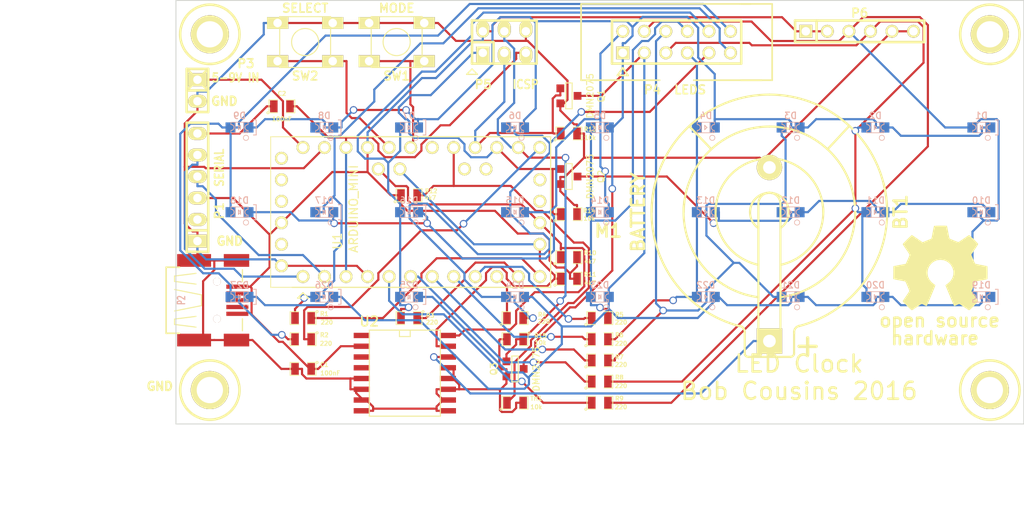
<source format=kicad_pcb>
(kicad_pcb (version 3) (host pcbnew "(2013-07-07 BZR 4022)-stable")
  (layers (15 F.Cu signal) (0 B.Cu signal) (18 B.Paste user) (19 F.Paste user) (20 B.SilkS user) (21 F.SilkS user) (22 B.Mask user) (23 F.Mask user) (28 Edge.Cuts user))
  (net 0 "")
  (net 1 +5V)
  (net 2 /MISO)
  (net 3 /MOSI)
  (net 4 /SCK)
  (net 5 /SCL)
  (net 6 /SDA)
  (net 7 /SW1)
  (net 8 /SW2)
  (net 9 /VIN)
  (net 10 /~RST)
  (net 11 COL1)
  (net 12 COL2)
  (net 13 COL3)
  (net 14 COL4)
  (net 15 COL5)
  (net 16 COL6)
  (net 17 COL7)
  (net 18 COL8)
  (net 19 COL9)
  (net 20 GND)
  (net 21 N-0000012)
  (net 22 N-0000013)
  (net 23 N-0000014)
  (net 24 N-0000015)
  (net 25 N-0000016)
  (net 26 N-0000020)
  (net 27 N-0000024)
  (net 28 N-0000026)
  (net 29 N-0000027)
  (net 30 N-0000028)
  (net 31 N-0000040)
  (net 32 N-0000042)
  (net 33 ROW1)
  (net 34 ROW2)
  (net 35 ROW3)
  (net 36 RX)
  (net 37 TX)
  (module SOT23GDS (layer F.Cu) (at 122.555 62.865 90)
    (fp_text reference Q1 (at 0 3.81 90) (layer F.SilkS) (effects (font (size 0.762 0.762) (thickness 0.12954))))
    (fp_text value DMN2075 (at 0 2.5 90) (layer F.SilkS) (effects (font (size 0.762 0.762) (thickness 0.12954))))
    (pad S smd rect (at -0.889 -1.016 90) (size 0.9144 0.9144) (layers F.Cu F.Paste F.Mask) (net 20 GND))
    (pad G smd rect (at 0.889 -1.016 90) (size 0.9144 0.9144) (layers F.Cu F.Paste F.Mask) (net 4 /SCK))
    (pad D smd rect (at 0 1.016 90) (size 0.9144 0.9144) (layers F.Cu F.Paste F.Mask) (net 35 ROW3))
  )
  (module SOT23GDS (layer F.Cu) (at 122.555 72.39 90)
    (fp_text reference Q2 (at 0 3.81 90) (layer F.SilkS) (effects (font (size 0.762 0.762) (thickness 0.12954))))
    (fp_text value DMN2075 (at 0 2.5 90) (layer F.SilkS) (effects (font (size 0.762 0.762) (thickness 0.12954))))
    (pad S smd rect (at -0.889 -1.016 90) (size 0.9144 0.9144) (layers F.Cu F.Paste F.Mask) (net 20 GND))
    (pad G smd rect (at 0.889 -1.016 90) (size 0.9144 0.9144) (layers F.Cu F.Paste F.Mask) (net 2 /MISO))
    (pad D smd rect (at 0 1.016 90) (size 0.9144 0.9144) (layers F.Cu F.Paste F.Mask) (net 34 ROW2))
  )
  (module SOT23GDS (layer F.Cu) (at 116.2 95.1 90)
    (fp_text reference Q3 (at 0 -2.5 90) (layer F.SilkS) (effects (font (size 0.762 0.762) (thickness 0.12954))))
    (fp_text value DMN2075 (at 0 2.5 90) (layer F.SilkS) (effects (font (size 0.762 0.762) (thickness 0.12954))))
    (pad S smd rect (at -0.889 -1.016 90) (size 0.9144 0.9144) (layers F.Cu F.Paste F.Mask) (net 20 GND))
    (pad G smd rect (at 0.889 -1.016 90) (size 0.9144 0.9144) (layers F.Cu F.Paste F.Mask) (net 3 /MOSI))
    (pad D smd rect (at 0 1.016 90) (size 0.9144 0.9144) (layers F.Cu F.Paste F.Mask) (net 33 ROW1))
  )
  (module pin_strip_6 (layer F.Cu) (at 78.74 73.66 90)
    (fp_text reference P1 (at -2.775 2.58 90) (layer F.SilkS) (effects (font (size 1.016 1.016) (thickness 0.2032))))
    (fp_text value SERIAL (at 2.305 2.58 90) (layer F.SilkS) (effects (font (size 1.016 0.889) (thickness 0.2032))))
    (pad 1 thru_hole rect (at -6.35 0 90) (size 1.524 2.19964) (drill 1.00076) (layers *.Cu *.Mask F.SilkS) (net 20 GND))
    (pad 2 thru_hole oval (at -3.81 0 90) (size 1.524 2.19964) (drill 1.00076) (layers *.Cu *.Mask F.SilkS))
    (pad 3 thru_hole oval (at -1.27 0 90) (size 1.524 2.19964) (drill 1.00076) (layers *.Cu *.Mask F.SilkS) (net 1 +5V))
    (pad 4 thru_hole oval (at 1.27 0 90) (size 1.524 2.19964) (drill 1.00076) (layers *.Cu *.Mask F.SilkS) (net 36 RX))
    (pad 5 thru_hole oval (at 3.81 0 90) (size 1.524 2.19964) (drill 1.00076) (layers *.Cu *.Mask F.SilkS) (net 37 TX))
    (pad 6 thru_hole oval (at 6.35 0 90) (size 1.524 2.19964) (drill 1.00076) (layers *.Cu *.Mask F.SilkS) (net 27 N-0000024))
  )
  (module pin_strip_2 (layer F.Cu) (at 78.74 62.23 270)
    (fp_text reference P3 (at -3.175 -5.715 360) (layer F.SilkS) (effects (font (size 1.016 1.016) (thickness 0.2032))))
    (fp_text value "5-9V IN" (at -1.5 -4.5 360) (layer F.SilkS) (effects (font (size 1.016 0.889) (thickness 0.2032))))
    (pad 1 thru_hole rect (at -1.27 0 270) (size 1.524 2.19964) (drill 1.00076) (layers *.Cu *.Mask F.SilkS) (net 9 /VIN))
    (pad 2 thru_hole oval (at 1.27 0 270) (size 1.524 2.19964) (drill 1.00076) (layers *.Cu *.Mask F.SilkS) (net 20 GND))
  )
  (module HOLE_M3 (layer F.Cu) (at 80.2 97.6)
    (fp_text reference H2 hide)
    (fp_text value HOLE_RMC hide)
    (pad "" thru_hole circle (at 0 0) (size 4.50088 4.50088) (drill 3.0988) (layers *.Cu *.Mask F.SilkS))
  )
  (module HOLE_M3 (layer F.Cu) (at 172.2 55.6)
    (fp_text reference H3 hide)
    (fp_text value HOLE_RMC hide)
    (pad "" thru_hole circle (at 0 0) (size 4.50088 4.50088) (drill 3.0988) (layers *.Cu *.Mask F.SilkS))
  )
  (module HOLE_M3 (layer F.Cu) (at 172.2 97.6)
    (fp_text reference H4 hide)
    (fp_text value HOLE_RMC hide)
    (pad "" thru_hole circle (at 0 0) (size 4.50088 4.50088) (drill 3.0988) (layers *.Cu *.Mask F.SilkS))
  )
  (module HOLE_M3 (layer F.Cu) (at 80.2 55.6)
    (fp_text reference H1 hide)
    (fp_text value HOLE_RMC hide)
    (pad "" thru_hole circle (at 0 0) (size 4.50088 4.50088) (drill 3.0988) (layers *.Cu *.Mask F.SilkS))
  )
  (module PCB_GREEN_RMC (layer F.Cu) (at 126.2 76.6)
    (fp_text reference M1 (at 1 2.2) (layer F.SilkS) (effects (font (size 1.524 1.524) (thickness 0.3048))))
    (fp_text value PCB_GREEN_RMC hide)
  )
  (module SM0805 (layer F.Cu) (at 91.2 91.6 180)
    (fp_text reference R1 (at -2.5 3 180) (layer F.SilkS) (effects (font (size 0.50038 0.50038) (thickness 0.10922))))
    (fp_text value 220 (at -2.7 -0.5 180) (layer F.SilkS) (effects (font (size 0.50038 0.50038) (thickness 0.10922))))
    (pad 1 smd rect (at -0.9525 0 180) (size 0.889 1.397) (layers F.Cu F.Paste F.Mask) (net 28 N-0000026))
    (pad 2 smd rect (at 0.9525 0 180) (size 0.889 1.397) (layers F.Cu F.Paste F.Mask) (net 19 COL9))
  )
  (module SM0805 (layer F.Cu) (at 91.2 89.1 180)
    (fp_text reference R2 (at -2.5 -2 180) (layer F.SilkS) (effects (font (size 0.50038 0.50038) (thickness 0.10922))))
    (fp_text value 220 (at -2.8 -0.5 180) (layer F.SilkS) (effects (font (size 0.50038 0.50038) (thickness 0.10922))))
    (pad 1 smd rect (at -0.9525 0 180) (size 0.889 1.397) (layers F.Cu F.Paste F.Mask) (net 29 N-0000027))
    (pad 2 smd rect (at 0.9525 0 180) (size 0.889 1.397) (layers F.Cu F.Paste F.Mask) (net 18 COL8))
  )
  (module SM0805 (layer F.Cu) (at 103.7 89.1 180)
    (fp_text reference R3 (at -2.5 0.3 180) (layer F.SilkS) (effects (font (size 0.50038 0.50038) (thickness 0.10922))))
    (fp_text value 220 (at -2.7 -0.5 180) (layer F.SilkS) (effects (font (size 0.50038 0.50038) (thickness 0.10922))))
    (pad 1 smd rect (at -0.9525 0 180) (size 0.889 1.397) (layers F.Cu F.Paste F.Mask) (net 30 N-0000028))
    (pad 2 smd rect (at 0.9525 0 180) (size 0.889 1.397) (layers F.Cu F.Paste F.Mask) (net 17 COL7))
  )
  (module SM0805 (layer F.Cu) (at 116.2 89.1)
    (fp_text reference R4 (at 3.2 -0.4) (layer F.SilkS) (effects (font (size 0.50038 0.50038) (thickness 0.10922))))
    (fp_text value 220 (at 3.4 0.4) (layer F.SilkS) (effects (font (size 0.50038 0.50038) (thickness 0.10922))))
    (pad 1 smd rect (at -0.9525 0) (size 0.889 1.397) (layers F.Cu F.Paste F.Mask) (net 26 N-0000020))
    (pad 2 smd rect (at 0.9525 0) (size 0.889 1.397) (layers F.Cu F.Paste F.Mask) (net 16 COL6))
  )
  (module SM0805 (layer F.Cu) (at 126.2 89.1)
    (fp_text reference R5 (at 2.3 -0.4) (layer F.SilkS) (effects (font (size 0.50038 0.50038) (thickness 0.10922))))
    (fp_text value 220 (at 2.5 0.5) (layer F.SilkS) (effects (font (size 0.50038 0.50038) (thickness 0.10922))))
    (pad 1 smd rect (at -0.9525 0) (size 0.889 1.397) (layers F.Cu F.Paste F.Mask) (net 21 N-0000012))
    (pad 2 smd rect (at 0.9525 0) (size 0.889 1.397) (layers F.Cu F.Paste F.Mask) (net 15 COL5))
  )
  (module SM0805 (layer F.Cu) (at 126.2 91.6)
    (fp_text reference R6 (at 2.3 -0.5) (layer F.SilkS) (effects (font (size 0.50038 0.50038) (thickness 0.10922))))
    (fp_text value 220 (at 2.5 0.5) (layer F.SilkS) (effects (font (size 0.50038 0.50038) (thickness 0.10922))))
    (pad 1 smd rect (at -0.9525 0) (size 0.889 1.397) (layers F.Cu F.Paste F.Mask) (net 22 N-0000013))
    (pad 2 smd rect (at 0.9525 0) (size 0.889 1.397) (layers F.Cu F.Paste F.Mask) (net 14 COL4))
  )
  (module SM0805 (layer F.Cu) (at 126.2 94.1)
    (fp_text reference R7 (at 2.3 -0.4) (layer F.SilkS) (effects (font (size 0.50038 0.50038) (thickness 0.10922))))
    (fp_text value 220 (at 2.5 0.5) (layer F.SilkS) (effects (font (size 0.50038 0.50038) (thickness 0.10922))))
    (pad 1 smd rect (at -0.9525 0) (size 0.889 1.397) (layers F.Cu F.Paste F.Mask) (net 23 N-0000014))
    (pad 2 smd rect (at 0.9525 0) (size 0.889 1.397) (layers F.Cu F.Paste F.Mask) (net 13 COL3))
  )
  (module SM0805 (layer F.Cu) (at 126.2 96.6)
    (fp_text reference R8 (at 2.3 -0.5) (layer F.SilkS) (effects (font (size 0.50038 0.50038) (thickness 0.10922))))
    (fp_text value 220 (at 2.5 0.5) (layer F.SilkS) (effects (font (size 0.50038 0.50038) (thickness 0.10922))))
    (pad 1 smd rect (at -0.9525 0) (size 0.889 1.397) (layers F.Cu F.Paste F.Mask) (net 24 N-0000015))
    (pad 2 smd rect (at 0.9525 0) (size 0.889 1.397) (layers F.Cu F.Paste F.Mask) (net 12 COL2))
  )
  (module SM0805 (layer F.Cu) (at 126.2 99.1)
    (fp_text reference R9 (at 2.3 -0.5) (layer F.SilkS) (effects (font (size 0.50038 0.50038) (thickness 0.10922))))
    (fp_text value 220 (at 2.5 0.5) (layer F.SilkS) (effects (font (size 0.50038 0.50038) (thickness 0.10922))))
    (pad 1 smd rect (at -0.9525 0) (size 0.889 1.397) (layers F.Cu F.Paste F.Mask) (net 25 N-0000016))
    (pad 2 smd rect (at 0.9525 0) (size 0.889 1.397) (layers F.Cu F.Paste F.Mask) (net 11 COL1))
  )
  (module SM0805 (layer F.Cu) (at 122.555 81.915)
    (fp_text reference R10 (at 2.5 -0.5) (layer F.SilkS) (effects (font (size 0.50038 0.50038) (thickness 0.10922))))
    (fp_text value 4k7 (at 2.5 0.5) (layer F.SilkS) (effects (font (size 0.50038 0.50038) (thickness 0.10922))))
    (pad 1 smd rect (at -0.9525 0) (size 0.889 1.397) (layers F.Cu F.Paste F.Mask) (net 5 /SCL))
    (pad 2 smd rect (at 0.9525 0) (size 0.889 1.397) (layers F.Cu F.Paste F.Mask) (net 1 +5V))
  )
  (module SM0805 (layer F.Cu) (at 122.555 84.455)
    (fp_text reference R11 (at 2.5 -0.5) (layer F.SilkS) (effects (font (size 0.50038 0.50038) (thickness 0.10922))))
    (fp_text value 4k7 (at 2.5 0.5) (layer F.SilkS) (effects (font (size 0.50038 0.50038) (thickness 0.10922))))
    (pad 1 smd rect (at -0.9525 0) (size 0.889 1.397) (layers F.Cu F.Paste F.Mask) (net 6 /SDA))
    (pad 2 smd rect (at 0.9525 0) (size 0.889 1.397) (layers F.Cu F.Paste F.Mask) (net 1 +5V))
  )
  (module PIN_ARRAY_6x2_RMC (layer F.Cu) (at 135.255 56.515)
    (fp_text reference P4 (at -2.85 5.63) (layer F.SilkS) (effects (font (size 1.016 1.016) (thickness 0.2032))))
    (fp_text value LEDS (at 1.595 5.63) (layer F.SilkS) (effects (font (size 1.016 1.016) (thickness 0.2032))))
    (pad 1 thru_hole rect (at -6.35 1.27) (size 1.524 1.524) (drill 1.016) (layers *.Cu *.Mask F.SilkS) (net 33 ROW1))
    (pad 2 thru_hole circle (at -6.35 -1.27) (size 1.524 1.524) (drill 1.016) (layers *.Cu *.Mask F.SilkS) (net 34 ROW2))
    (pad 3 thru_hole circle (at -3.81 1.27) (size 1.524 1.524) (drill 1.016) (layers *.Cu *.Mask F.SilkS) (net 35 ROW3))
    (pad 4 thru_hole circle (at -3.81 -1.27) (size 1.524 1.524) (drill 1.016) (layers *.Cu *.Mask F.SilkS) (net 11 COL1))
    (pad 5 thru_hole circle (at -1.27 1.27) (size 1.524 1.524) (drill 1.016) (layers *.Cu *.Mask F.SilkS) (net 12 COL2))
    (pad 6 thru_hole circle (at -1.27 -1.27) (size 1.524 1.524) (drill 1.016) (layers *.Cu *.Mask F.SilkS) (net 13 COL3))
    (pad 7 thru_hole circle (at 1.27 1.27) (size 1.524 1.524) (drill 1.016) (layers *.Cu *.Mask F.SilkS) (net 14 COL4))
    (pad 8 thru_hole circle (at 1.27 -1.27) (size 1.524 1.524) (drill 1.016) (layers *.Cu *.Mask F.SilkS) (net 15 COL5))
    (pad 9 thru_hole circle (at 3.81 1.27) (size 1.524 1.524) (drill 1.016) (layers *.Cu *.Mask F.SilkS) (net 16 COL6))
    (pad 10 thru_hole circle (at 3.81 -1.27) (size 1.524 1.524) (drill 1.016) (layers *.Cu *.Mask F.SilkS) (net 17 COL7))
    (pad 11 thru_hole circle (at 6.35 1.27) (size 1.524 1.524) (drill 1.016) (layers *.Cu *.Mask F.SilkS) (net 18 COL8))
    (pad 12 thru_hole circle (at 6.35 -1.27) (size 1.524 1.524) (drill 1.016) (layers *.Cu *.Mask F.SilkS) (net 19 COL9))
  )
  (module SM0805 (layer F.Cu) (at 91.2 95.1 180)
    (fp_text reference C1 (at -2.5 0.5 180) (layer F.SilkS) (effects (font (size 0.50038 0.50038) (thickness 0.10922))))
    (fp_text value 100nF (at -3.2 -0.5 180) (layer F.SilkS) (effects (font (size 0.50038 0.50038) (thickness 0.10922))))
    (pad 1 smd rect (at -0.9525 0 180) (size 0.889 1.397) (layers F.Cu F.Paste F.Mask) (net 1 +5V))
    (pad 2 smd rect (at 0.9525 0 180) (size 0.889 1.397) (layers F.Cu F.Paste F.Mask) (net 20 GND))
  )
  (module keystone_106 (layer F.Cu) (at 146.2 76.6 270)
    (fp_text reference BT1 (at -0.019 -15.471 270) (layer F.SilkS) (effects (font (size 1.524 1.524) (thickness 0.3048))))
    (fp_text value BATTERY (at 0 15.494 270) (layer F.SilkS) (effects (font (size 1.524 1.524) (thickness 0.3048))))
    (pad 2 thru_hole circle (at -5.2832 0 270) (size 2.99974 2.99974) (drill 1.4986) (layers *.Cu *.Mask F.SilkS) (net 20 GND))
    (pad 1 thru_hole rect (at 15.2146 0 270) (size 2.9972 2.9972) (drill 1.4986) (layers *.Cu *.Mask F.SilkS) (net 32 N-0000042))
  )
  (module LED-0805_RED (layer B.Cu) (at 93.7 76.6)
    (fp_text reference D17 (at 0 -1.397) (layer B.SilkS) (effects (font (size 0.762 0.762) (thickness 0.127)) (justify mirror)))
    (fp_text value LED hide)
    (pad 1 smd rect (at -1.04902 0) (size 1.19888 1.19888) (layers B.Cu B.Paste B.Mask) (net 18 COL8))
    (pad 2 smd rect (at 1.04902 0) (size 1.19888 1.19888) (layers B.Cu B.Paste B.Mask) (net 34 ROW2))
  )
  (module LED-0805_RED (layer B.Cu) (at 83.7 86.6)
    (fp_text reference D27 (at 0 -1.397) (layer B.SilkS) (effects (font (size 0.762 0.762) (thickness 0.127)) (justify mirror)))
    (fp_text value LED hide)
    (pad 1 smd rect (at -1.04902 0) (size 1.19888 1.19888) (layers B.Cu B.Paste B.Mask) (net 19 COL9))
    (pad 2 smd rect (at 1.04902 0) (size 1.19888 1.19888) (layers B.Cu B.Paste B.Mask) (net 35 ROW3))
  )
  (module LED-0805_RED (layer B.Cu) (at 83.7 76.6)
    (fp_text reference D18 (at 0 -1.397) (layer B.SilkS) (effects (font (size 0.762 0.762) (thickness 0.127)) (justify mirror)))
    (fp_text value LED hide)
    (pad 1 smd rect (at -1.04902 0) (size 1.19888 1.19888) (layers B.Cu B.Paste B.Mask) (net 19 COL9))
    (pad 2 smd rect (at 1.04902 0) (size 1.19888 1.19888) (layers B.Cu B.Paste B.Mask) (net 34 ROW2))
  )
  (module LED-0805_RED (layer B.Cu) (at 83.7 66.6)
    (fp_text reference D9 (at 0 -1.397) (layer B.SilkS) (effects (font (size 0.762 0.762) (thickness 0.127)) (justify mirror)))
    (fp_text value LED hide)
    (pad 1 smd rect (at -1.04902 0) (size 1.19888 1.19888) (layers B.Cu B.Paste B.Mask) (net 19 COL9))
    (pad 2 smd rect (at 1.04902 0) (size 1.19888 1.19888) (layers B.Cu B.Paste B.Mask) (net 33 ROW1))
  )
  (module LED-0805_RED (layer B.Cu) (at 103.7 66.6)
    (fp_text reference D7 (at 0 -1.397) (layer B.SilkS) (effects (font (size 0.762 0.762) (thickness 0.127)) (justify mirror)))
    (fp_text value LED hide)
    (pad 1 smd rect (at -1.04902 0) (size 1.19888 1.19888) (layers B.Cu B.Paste B.Mask) (net 17 COL7))
    (pad 2 smd rect (at 1.04902 0) (size 1.19888 1.19888) (layers B.Cu B.Paste B.Mask) (net 33 ROW1))
  )
  (module LED-0805_RED (layer B.Cu) (at 103.7 76.6)
    (fp_text reference D16 (at 0 -1.397) (layer B.SilkS) (effects (font (size 0.762 0.762) (thickness 0.127)) (justify mirror)))
    (fp_text value LED hide)
    (pad 1 smd rect (at -1.04902 0) (size 1.19888 1.19888) (layers B.Cu B.Paste B.Mask) (net 17 COL7))
    (pad 2 smd rect (at 1.04902 0) (size 1.19888 1.19888) (layers B.Cu B.Paste B.Mask) (net 34 ROW2))
  )
  (module LED-0805_RED (layer B.Cu) (at 103.7 86.6)
    (fp_text reference D25 (at 0 -1.397) (layer B.SilkS) (effects (font (size 0.762 0.762) (thickness 0.127)) (justify mirror)))
    (fp_text value LED hide)
    (pad 1 smd rect (at -1.04902 0) (size 1.19888 1.19888) (layers B.Cu B.Paste B.Mask) (net 17 COL7))
    (pad 2 smd rect (at 1.04902 0) (size 1.19888 1.19888) (layers B.Cu B.Paste B.Mask) (net 35 ROW3))
  )
  (module LED-0805_RED (layer B.Cu) (at 93.7 66.6)
    (fp_text reference D8 (at 0 -1.397) (layer B.SilkS) (effects (font (size 0.762 0.762) (thickness 0.127)) (justify mirror)))
    (fp_text value LED hide)
    (pad 1 smd rect (at -1.04902 0) (size 1.19888 1.19888) (layers B.Cu B.Paste B.Mask) (net 18 COL8))
    (pad 2 smd rect (at 1.04902 0) (size 1.19888 1.19888) (layers B.Cu B.Paste B.Mask) (net 33 ROW1))
  )
  (module LED-0805_RED (layer B.Cu) (at 93.7 86.6)
    (fp_text reference D26 (at 0 -1.397) (layer B.SilkS) (effects (font (size 0.762 0.762) (thickness 0.127)) (justify mirror)))
    (fp_text value LED hide)
    (pad 1 smd rect (at -1.04902 0) (size 1.19888 1.19888) (layers B.Cu B.Paste B.Mask) (net 18 COL8))
    (pad 2 smd rect (at 1.04902 0) (size 1.19888 1.19888) (layers B.Cu B.Paste B.Mask) (net 35 ROW3))
  )
  (module LED-0805_RED (layer B.Cu) (at 171.2 86.6)
    (fp_text reference D19 (at 0 -1.397) (layer B.SilkS) (effects (font (size 0.762 0.762) (thickness 0.127)) (justify mirror)))
    (fp_text value LED hide)
    (pad 1 smd rect (at -1.04902 0) (size 1.19888 1.19888) (layers B.Cu B.Paste B.Mask) (net 11 COL1))
    (pad 2 smd rect (at 1.04902 0) (size 1.19888 1.19888) (layers B.Cu B.Paste B.Mask) (net 35 ROW3))
  )
  (module LED-0805_RED (layer B.Cu) (at 171.2 76.6)
    (fp_text reference D10 (at 0 -1.397) (layer B.SilkS) (effects (font (size 0.762 0.762) (thickness 0.127)) (justify mirror)))
    (fp_text value LED hide)
    (pad 1 smd rect (at -1.04902 0) (size 1.19888 1.19888) (layers B.Cu B.Paste B.Mask) (net 11 COL1))
    (pad 2 smd rect (at 1.04902 0) (size 1.19888 1.19888) (layers B.Cu B.Paste B.Mask) (net 34 ROW2))
  )
  (module LED-0805_RED (layer B.Cu) (at 171.2 66.6)
    (fp_text reference D1 (at 0 -1.397) (layer B.SilkS) (effects (font (size 0.762 0.762) (thickness 0.127)) (justify mirror)))
    (fp_text value LED hide)
    (pad 1 smd rect (at -1.04902 0) (size 1.19888 1.19888) (layers B.Cu B.Paste B.Mask) (net 11 COL1))
    (pad 2 smd rect (at 1.04902 0) (size 1.19888 1.19888) (layers B.Cu B.Paste B.Mask) (net 33 ROW1))
  )
  (module LED-0805_BLUE (layer B.Cu) (at 126.2 76.6)
    (fp_text reference D14 (at 0 -1.397) (layer B.SilkS) (effects (font (size 0.762 0.762) (thickness 0.127)) (justify mirror)))
    (fp_text value LED hide)
    (pad 1 smd rect (at -1.04902 0) (size 1.19888 1.19888) (layers B.Cu B.Paste B.Mask) (net 15 COL5))
    (pad 2 smd rect (at 1.04902 0) (size 1.19888 1.19888) (layers B.Cu B.Paste B.Mask) (net 34 ROW2))
  )
  (module LED-0805_BLUE (layer B.Cu) (at 126.2 86.6)
    (fp_text reference D23 (at 0 -1.397) (layer B.SilkS) (effects (font (size 0.762 0.762) (thickness 0.127)) (justify mirror)))
    (fp_text value LED hide)
    (pad 1 smd rect (at -1.04902 0) (size 1.19888 1.19888) (layers B.Cu B.Paste B.Mask) (net 15 COL5))
    (pad 2 smd rect (at 1.04902 0) (size 1.19888 1.19888) (layers B.Cu B.Paste B.Mask) (net 35 ROW3))
  )
  (module LED-0805_BLUE (layer B.Cu) (at 116.2 66.6)
    (fp_text reference D6 (at 0 -1.397) (layer B.SilkS) (effects (font (size 0.762 0.762) (thickness 0.127)) (justify mirror)))
    (fp_text value LED hide)
    (pad 1 smd rect (at -1.04902 0) (size 1.19888 1.19888) (layers B.Cu B.Paste B.Mask) (net 16 COL6))
    (pad 2 smd rect (at 1.04902 0) (size 1.19888 1.19888) (layers B.Cu B.Paste B.Mask) (net 33 ROW1))
  )
  (module LED-0805_BLUE (layer B.Cu) (at 116.2 76.6)
    (fp_text reference D15 (at 0 -1.397) (layer B.SilkS) (effects (font (size 0.762 0.762) (thickness 0.127)) (justify mirror)))
    (fp_text value LED hide)
    (pad 1 smd rect (at -1.04902 0) (size 1.19888 1.19888) (layers B.Cu B.Paste B.Mask) (net 16 COL6))
    (pad 2 smd rect (at 1.04902 0) (size 1.19888 1.19888) (layers B.Cu B.Paste B.Mask) (net 34 ROW2))
  )
  (module LED-0805_BLUE (layer B.Cu) (at 116.2 86.6)
    (fp_text reference D24 (at 0 -1.397) (layer B.SilkS) (effects (font (size 0.762 0.762) (thickness 0.127)) (justify mirror)))
    (fp_text value LED hide)
    (pad 1 smd rect (at -1.04902 0) (size 1.19888 1.19888) (layers B.Cu B.Paste B.Mask) (net 16 COL6))
    (pad 2 smd rect (at 1.04902 0) (size 1.19888 1.19888) (layers B.Cu B.Paste B.Mask) (net 35 ROW3))
  )
  (module LED-0805_BLUE (layer B.Cu) (at 126.2 66.6)
    (fp_text reference D5 (at 0 -1.397) (layer B.SilkS) (effects (font (size 0.762 0.762) (thickness 0.127)) (justify mirror)))
    (fp_text value LED hide)
    (pad 1 smd rect (at -1.04902 0) (size 1.19888 1.19888) (layers B.Cu B.Paste B.Mask) (net 15 COL5))
    (pad 2 smd rect (at 1.04902 0) (size 1.19888 1.19888) (layers B.Cu B.Paste B.Mask) (net 33 ROW1))
  )
  (module LED-0805_GREEN (layer B.Cu) (at 158.7 66.6)
    (fp_text reference D2 (at 0 -1.397) (layer B.SilkS) (effects (font (size 0.762 0.762) (thickness 0.127)) (justify mirror)))
    (fp_text value LED hide)
    (pad 1 smd rect (at -1.04902 0) (size 1.19888 1.19888) (layers B.Cu B.Paste B.Mask) (net 12 COL2))
    (pad 2 smd rect (at 1.04902 0) (size 1.19888 1.19888) (layers B.Cu B.Paste B.Mask) (net 33 ROW1))
  )
  (module LED-0805_GREEN (layer B.Cu) (at 158.7 76.6)
    (fp_text reference D11 (at 0 -1.397) (layer B.SilkS) (effects (font (size 0.762 0.762) (thickness 0.127)) (justify mirror)))
    (fp_text value LED hide)
    (pad 1 smd rect (at -1.04902 0) (size 1.19888 1.19888) (layers B.Cu B.Paste B.Mask) (net 12 COL2))
    (pad 2 smd rect (at 1.04902 0) (size 1.19888 1.19888) (layers B.Cu B.Paste B.Mask) (net 34 ROW2))
  )
  (module LED-0805_GREEN (layer B.Cu) (at 158.7 86.6)
    (fp_text reference D20 (at 0 -1.397) (layer B.SilkS) (effects (font (size 0.762 0.762) (thickness 0.127)) (justify mirror)))
    (fp_text value LED hide)
    (pad 1 smd rect (at -1.04902 0) (size 1.19888 1.19888) (layers B.Cu B.Paste B.Mask) (net 12 COL2))
    (pad 2 smd rect (at 1.04902 0) (size 1.19888 1.19888) (layers B.Cu B.Paste B.Mask) (net 35 ROW3))
  )
  (module LED-0805_GREEN (layer B.Cu) (at 148.7 66.6)
    (fp_text reference D3 (at 0 -1.397) (layer B.SilkS) (effects (font (size 0.762 0.762) (thickness 0.127)) (justify mirror)))
    (fp_text value LED hide)
    (pad 1 smd rect (at -1.04902 0) (size 1.19888 1.19888) (layers B.Cu B.Paste B.Mask) (net 13 COL3))
    (pad 2 smd rect (at 1.04902 0) (size 1.19888 1.19888) (layers B.Cu B.Paste B.Mask) (net 33 ROW1))
  )
  (module LED-0805_GREEN (layer B.Cu) (at 148.7 76.6)
    (fp_text reference D12 (at 0 -1.397) (layer B.SilkS) (effects (font (size 0.762 0.762) (thickness 0.127)) (justify mirror)))
    (fp_text value LED hide)
    (pad 1 smd rect (at -1.04902 0) (size 1.19888 1.19888) (layers B.Cu B.Paste B.Mask) (net 13 COL3))
    (pad 2 smd rect (at 1.04902 0) (size 1.19888 1.19888) (layers B.Cu B.Paste B.Mask) (net 34 ROW2))
  )
  (module LED-0805_GREEN (layer B.Cu) (at 148.7 86.6)
    (fp_text reference D21 (at 0 -1.397) (layer B.SilkS) (effects (font (size 0.762 0.762) (thickness 0.127)) (justify mirror)))
    (fp_text value LED hide)
    (pad 1 smd rect (at -1.04902 0) (size 1.19888 1.19888) (layers B.Cu B.Paste B.Mask) (net 13 COL3))
    (pad 2 smd rect (at 1.04902 0) (size 1.19888 1.19888) (layers B.Cu B.Paste B.Mask) (net 35 ROW3))
  )
  (module LED-0805_GREEN (layer B.Cu) (at 138.7 76.6)
    (fp_text reference D13 (at 0 -1.397) (layer B.SilkS) (effects (font (size 0.762 0.762) (thickness 0.127)) (justify mirror)))
    (fp_text value LED hide)
    (pad 1 smd rect (at -1.04902 0) (size 1.19888 1.19888) (layers B.Cu B.Paste B.Mask) (net 14 COL4))
    (pad 2 smd rect (at 1.04902 0) (size 1.19888 1.19888) (layers B.Cu B.Paste B.Mask) (net 34 ROW2))
  )
  (module LED-0805_GREEN (layer B.Cu) (at 138.7 86.6)
    (fp_text reference D22 (at 0 -1.397) (layer B.SilkS) (effects (font (size 0.762 0.762) (thickness 0.127)) (justify mirror)))
    (fp_text value LED hide)
    (pad 1 smd rect (at -1.04902 0) (size 1.19888 1.19888) (layers B.Cu B.Paste B.Mask) (net 14 COL4))
    (pad 2 smd rect (at 1.04902 0) (size 1.19888 1.19888) (layers B.Cu B.Paste B.Mask) (net 35 ROW3))
  )
  (module LED-0805_GREEN (layer B.Cu) (at 138.7 66.6)
    (fp_text reference D4 (at 0 -1.397) (layer B.SilkS) (effects (font (size 0.762 0.762) (thickness 0.127)) (justify mirror)))
    (fp_text value LED hide)
    (pad 1 smd rect (at -1.04902 0) (size 1.19888 1.19888) (layers B.Cu B.Paste B.Mask) (net 14 COL4))
    (pad 2 smd rect (at 1.04902 0) (size 1.19888 1.19888) (layers B.Cu B.Paste B.Mask) (net 33 ROW1))
  )
  (module SO16L (layer F.Cu) (at 103.2 95.6 270)
    (fp_text reference U2 (at -6.1 4.2 360) (layer F.SilkS) (effects (font (size 1.143 1.143) (thickness 0.2032))))
    (fp_text value DS3231N hide)
    (pad 1 smd rect (at -4.445 5.08 270) (size 0.635 1.905) (layers F.Cu F.Paste F.Mask))
    (pad 2 smd rect (at -3.175 5.08 270) (size 0.635 1.905) (layers F.Cu F.Paste F.Mask) (net 1 +5V))
    (pad 3 smd rect (at -1.905 5.08 270) (size 0.635 1.905) (layers F.Cu F.Paste F.Mask))
    (pad 4 smd rect (at -0.635 5.08 270) (size 0.635 1.905) (layers F.Cu F.Paste F.Mask))
    (pad 5 smd rect (at 0.635 5.08 270) (size 0.635 1.905) (layers F.Cu F.Paste F.Mask) (net 20 GND))
    (pad 6 smd rect (at 1.905 5.08 270) (size 0.635 1.905) (layers F.Cu F.Paste F.Mask) (net 20 GND))
    (pad 7 smd rect (at 3.175 5.08 270) (size 0.635 1.905) (layers F.Cu F.Paste F.Mask) (net 20 GND))
    (pad 8 smd rect (at 4.445 5.08 270) (size 0.635 1.905) (layers F.Cu F.Paste F.Mask) (net 20 GND))
    (pad 9 smd rect (at 4.445 -5.08 270) (size 0.635 1.905) (layers F.Cu F.Paste F.Mask) (net 20 GND))
    (pad 10 smd rect (at 3.175 -5.08 270) (size 0.635 1.905) (layers F.Cu F.Paste F.Mask) (net 20 GND))
    (pad 11 smd rect (at 1.905 -5.08 270) (size 0.635 1.905) (layers F.Cu F.Paste F.Mask) (net 20 GND))
    (pad 12 smd rect (at 0.635 -5.08 270) (size 0.635 1.905) (layers F.Cu F.Paste F.Mask) (net 20 GND))
    (pad 13 smd rect (at -0.635 -5.08 270) (size 0.635 1.905) (layers F.Cu F.Paste F.Mask) (net 20 GND))
    (pad 14 smd rect (at -1.905 -5.08 270) (size 0.635 1.905) (layers F.Cu F.Paste F.Mask) (net 32 N-0000042))
    (pad 15 smd rect (at -3.175 -5.08 270) (size 0.635 1.905) (layers F.Cu F.Paste F.Mask) (net 6 /SDA))
    (pad 16 smd rect (at -4.445 -5.08 270) (size 0.635 1.905) (layers F.Cu F.Paste F.Mask) (net 5 /SCL))
  )
  (module SM0805 (layer F.Cu) (at 103.7 74.6)
    (fp_text reference R12 (at 2.6 -0.5) (layer F.SilkS) (effects (font (size 0.50038 0.50038) (thickness 0.10922))))
    (fp_text value 4k7 (at 2.5 0.3) (layer F.SilkS) (effects (font (size 0.50038 0.50038) (thickness 0.10922))))
    (pad 1 smd rect (at -0.9525 0) (size 0.889 1.397) (layers F.Cu F.Paste F.Mask) (net 1 +5V))
    (pad 2 smd rect (at 0.9525 0) (size 0.889 1.397) (layers F.Cu F.Paste F.Mask) (net 31 N-0000040))
  )
  (module SM0805 (layer F.Cu) (at 116.2 99.1)
    (fp_text reference TH1 (at 2.5 -0.5) (layer F.SilkS) (effects (font (size 0.50038 0.50038) (thickness 0.10922))))
    (fp_text value 10k (at 2.5 0.5) (layer F.SilkS) (effects (font (size 0.50038 0.50038) (thickness 0.10922))))
    (pad 1 smd rect (at -0.9525 0) (size 0.889 1.397) (layers F.Cu F.Paste F.Mask) (net 31 N-0000040))
    (pad 2 smd rect (at 0.9525 0) (size 0.889 1.397) (layers F.Cu F.Paste F.Mask) (net 20 GND))
  )
  (module SM0805 (layer F.Cu) (at 88.7 64.1)
    (fp_text reference C2 (at 0 -1.5) (layer F.SilkS) (effects (font (size 0.50038 0.50038) (thickness 0.10922))))
    (fp_text value 100nF (at 0 1.5) (layer F.SilkS) (effects (font (size 0.50038 0.50038) (thickness 0.10922))))
    (pad 1 smd rect (at -0.9525 0) (size 0.889 1.397) (layers F.Cu F.Paste F.Mask) (net 27 N-0000024))
    (pad 2 smd rect (at 0.9525 0) (size 0.889 1.397) (layers F.Cu F.Paste F.Mask) (net 10 /~RST))
  )
  (module pin_strip_3x2 (layer F.Cu) (at 114.935 56.515)
    (fp_text reference P5 (at -2.5 5) (layer F.SilkS) (effects (font (size 1.016 1.016) (thickness 0.2032))))
    (fp_text value ICSP (at 2.5 5) (layer F.SilkS) (effects (font (size 1.016 0.889) (thickness 0.2032))))
    (pad 1 thru_hole rect (at -2.54 1.27) (size 1.524 1.99898) (drill 1.00076 (offset 0 0.24892)) (layers *.Cu *.Mask F.SilkS) (net 2 /MISO))
    (pad 2 thru_hole oval (at -2.54 -1.27) (size 1.524 1.99898) (drill 1.00076 (offset 0 -0.24892)) (layers *.Cu *.Mask F.SilkS) (net 1 +5V))
    (pad 3 thru_hole oval (at 0 1.27) (size 1.524 1.99898) (drill 1.00076 (offset 0 0.24892)) (layers *.Cu *.Mask F.SilkS) (net 4 /SCK))
    (pad 4 thru_hole oval (at 0 -1.27) (size 1.524 1.99898) (drill 1.00076 (offset 0 -0.24892)) (layers *.Cu *.Mask F.SilkS) (net 3 /MOSI))
    (pad 5 thru_hole oval (at 2.54 1.27) (size 1.524 1.99898) (drill 1.00076 (offset 0 0.24892)) (layers *.Cu *.Mask F.SilkS) (net 10 /~RST))
    (pad 6 thru_hole oval (at 2.54 -1.27) (size 1.524 1.99898) (drill 1.00076 (offset 0 -0.24892)) (layers *.Cu *.Mask F.SilkS) (net 20 GND))
  )
  (module OSHW_logo_2 (layer F.Cu) (at 166.37 83.185)
    (fp_text reference M2 hide)
    (fp_text value LOGO_OSHW hide)
    (fp_text user hardware (at -0.64516 8.30072) (layer F.SilkS) (effects (font (size 1.524 1.524) (thickness 0.3048))))
    (fp_text user "open source" (at -0.09906 6.20014) (layer F.SilkS) (effects (font (size 1.524 1.524) (thickness 0.3048))))
  )
  (module SM0805 (layer F.Cu) (at 122.555 67.31)
    (fp_text reference R13 (at 2.5 -0.5) (layer F.SilkS) (effects (font (size 0.50038 0.50038) (thickness 0.10922))))
    (fp_text value 10k (at 2.5 0.5) (layer F.SilkS) (effects (font (size 0.50038 0.50038) (thickness 0.10922))))
    (pad 1 smd rect (at -0.9525 0) (size 0.889 1.397) (layers F.Cu F.Paste F.Mask) (net 4 /SCK))
    (pad 2 smd rect (at 0.9525 0) (size 0.889 1.397) (layers F.Cu F.Paste F.Mask) (net 20 GND))
  )
  (module SM0805 (layer F.Cu) (at 122.555 76.835)
    (fp_text reference R14 (at 2.4 -0.4) (layer F.SilkS) (effects (font (size 0.50038 0.50038) (thickness 0.10922))))
    (fp_text value 10k (at 2.4 0.5) (layer F.SilkS) (effects (font (size 0.50038 0.50038) (thickness 0.10922))))
    (pad 1 smd rect (at -0.9525 0) (size 0.889 1.397) (layers F.Cu F.Paste F.Mask) (net 2 /MISO))
    (pad 2 smd rect (at 0.9525 0) (size 0.889 1.397) (layers F.Cu F.Paste F.Mask) (net 20 GND))
  )
  (module SM0805 (layer F.Cu) (at 116.2 91.6 180)
    (fp_text reference R15 (at -3 0.4 180) (layer F.SilkS) (effects (font (size 0.50038 0.50038) (thickness 0.10922))))
    (fp_text value 10k (at -3 -0.4 180) (layer F.SilkS) (effects (font (size 0.50038 0.50038) (thickness 0.10922))))
    (pad 1 smd rect (at -0.9525 0 180) (size 0.889 1.397) (layers F.Cu F.Paste F.Mask) (net 3 /MOSI))
    (pad 2 smd rect (at 0.9525 0 180) (size 0.889 1.397) (layers F.Cu F.Paste F.Mask) (net 20 GND))
  )
  (module SW_6x6_MULTI (layer F.Cu) (at 102.235 56.515 180)
    (fp_text reference SW1 (at 0 -4.0005 180) (layer F.SilkS) (effects (font (size 1.016 1.016) (thickness 0.2032))))
    (fp_text value MODE (at 0 4.0005 180) (layer F.SilkS) (effects (font (size 1.016 1.016) (thickness 0.2032))))
    (pad 1 thru_hole rect (at 3.24866 -2.25044 180) (size 2.49936 1.397) (drill 1.00076) (layers *.Cu *.Mask F.SilkS) (net 7 /SW1))
    (pad 2 thru_hole rect (at 3.24866 2.25044 180) (size 2.49936 1.397) (drill 1.00076) (layers *.Cu *.Mask F.SilkS) (net 20 GND))
    (pad 1 thru_hole rect (at -3.2512 -2.25044 180) (size 2.49936 1.397) (drill 1.00076) (layers *.Cu *.Mask F.SilkS) (net 7 /SW1))
    (pad 2 thru_hole rect (at -3.2512 2.25044 180) (size 2.49936 1.397) (drill 1.00076) (layers *.Cu *.Mask F.SilkS) (net 20 GND))
  )
  (module SW_6x6_MULTI (layer F.Cu) (at 91.44 56.515 180)
    (fp_text reference SW2 (at 0 -4.0005 180) (layer F.SilkS) (effects (font (size 1.016 1.016) (thickness 0.2032))))
    (fp_text value SELECT (at 0 4.0005 180) (layer F.SilkS) (effects (font (size 1.016 1.016) (thickness 0.2032))))
    (pad 1 thru_hole rect (at 3.24866 -2.25044 180) (size 2.49936 1.397) (drill 1.00076) (layers *.Cu *.Mask F.SilkS) (net 8 /SW2))
    (pad 2 thru_hole rect (at 3.24866 2.25044 180) (size 2.49936 1.397) (drill 1.00076) (layers *.Cu *.Mask F.SilkS) (net 20 GND))
    (pad 1 thru_hole rect (at -3.2512 -2.25044 180) (size 2.49936 1.397) (drill 1.00076) (layers *.Cu *.Mask F.SilkS) (net 8 /SW2))
    (pad 2 thru_hole rect (at -3.2512 2.25044 180) (size 2.49936 1.397) (drill 1.00076) (layers *.Cu *.Mask F.SilkS) (net 20 GND))
  )
  (module ARDUINO_MINI (layer F.Cu) (at 91.186 84.201 90)
    (fp_text reference U1 (at 4.191 4.064 90) (layer F.SilkS))
    (fp_text value ARDUINO_MINI (at 8.001 5.969 90) (layer F.SilkS))
    (pad 0 thru_hole circle (at 0 2.54 90) (size 1.524 1.524) (drill 1.016) (layers *.Cu *.Mask F.SilkS) (net 36 RX))
    (pad RST thru_hole circle (at 0 5.08 90) (size 1.524 1.524) (drill 1.016) (layers *.Cu *.Mask F.SilkS) (net 10 /~RST))
    (pad GND thru_hole circle (at 0 7.62 90) (size 1.524 1.524) (drill 1.016) (layers *.Cu *.Mask F.SilkS) (net 20 GND))
    (pad 1 thru_hole circle (at 0 0 90) (size 1.524 1.524) (drill 1.016) (layers *.Cu *.Mask F.SilkS) (net 37 TX))
    (pad 2 thru_hole circle (at 0 10.16 90) (size 1.524 1.524) (drill 1.016) (layers *.Cu *.Mask F.SilkS) (net 25 N-0000016))
    (pad 3 thru_hole circle (at 0 12.7 90) (size 1.524 1.524) (drill 1.016) (layers *.Cu *.Mask F.SilkS) (net 24 N-0000015))
    (pad 4 thru_hole circle (at 0 15.24 90) (size 1.524 1.524) (drill 1.016) (layers *.Cu *.Mask F.SilkS) (net 23 N-0000014))
    (pad 5 thru_hole circle (at 0 17.78 90) (size 1.524 1.524) (drill 1.016) (layers *.Cu *.Mask F.SilkS) (net 22 N-0000013))
    (pad 6 thru_hole circle (at 0 20.32 90) (size 1.524 1.524) (drill 1.016) (layers *.Cu *.Mask F.SilkS) (net 21 N-0000012))
    (pad 7 thru_hole circle (at 0 22.86 90) (size 1.524 1.524) (drill 1.016) (layers *.Cu *.Mask F.SilkS) (net 26 N-0000020))
    (pad 8 thru_hole circle (at 0 25.4 90) (size 1.524 1.524) (drill 1.016) (layers *.Cu *.Mask F.SilkS) (net 30 N-0000028))
    (pad 9 thru_hole circle (at 0 27.94 90) (size 1.524 1.524) (drill 1.016) (layers *.Cu *.Mask F.SilkS) (net 29 N-0000027))
    (pad A4 thru_hole circle (at 3.81 27.94 90) (size 1.524 1.524) (drill 1.016) (layers *.Cu *.Mask F.SilkS) (net 6 /SDA))
    (pad A5 thru_hole circle (at 6.35 27.94 90) (size 1.524 1.524) (drill 1.016) (layers *.Cu *.Mask F.SilkS) (net 5 /SCL))
    (pad A6 thru_hole circle (at 8.89 27.94 90) (size 1.524 1.524) (drill 1.016) (layers *.Cu *.Mask F.SilkS))
    (pad A7 thru_hole circle (at 11.43 27.94 90) (size 1.524 1.524) (drill 1.016) (layers *.Cu *.Mask F.SilkS))
    (pad 10 thru_hole circle (at 15.24 27.94 90) (size 1.524 1.524) (drill 1.016) (layers *.Cu *.Mask F.SilkS) (net 28 N-0000026))
    (pad 11 thru_hole circle (at 15.24 25.4 90) (size 1.524 1.524) (drill 1.016) (layers *.Cu *.Mask F.SilkS) (net 3 /MOSI))
    (pad 12 thru_hole circle (at 15.24 22.86 90) (size 1.524 1.524) (drill 1.016) (layers *.Cu *.Mask F.SilkS) (net 2 /MISO))
    (pad 13 thru_hole circle (at 15.24 20.32 90) (size 1.524 1.524) (drill 1.016) (layers *.Cu *.Mask F.SilkS) (net 4 /SCK))
    (pad A0 thru_hole circle (at 15.24 17.78 90) (size 1.524 1.524) (drill 1.016) (layers *.Cu *.Mask F.SilkS) (net 31 N-0000040))
    (pad A1 thru_hole circle (at 15.24 15.24 90) (size 1.524 1.524) (drill 1.016) (layers *.Cu *.Mask F.SilkS))
    (pad A2 thru_hole circle (at 15.24 12.7 90) (size 1.524 1.524) (drill 1.016) (layers *.Cu *.Mask F.SilkS) (net 7 /SW1))
    (pad A3 thru_hole circle (at 15.24 10.16 90) (size 1.524 1.524) (drill 1.016) (layers *.Cu *.Mask F.SilkS) (net 8 /SW2))
    (pad +5V thru_hole circle (at 15.24 7.62 90) (size 1.524 1.524) (drill 1.016) (layers *.Cu *.Mask F.SilkS) (net 1 +5V))
    (pad RST thru_hole circle (at 15.24 5.08 90) (size 1.524 1.524) (drill 1.016) (layers *.Cu *.Mask F.SilkS) (net 10 /~RST))
    (pad GND thru_hole circle (at 15.24 2.54 90) (size 1.524 1.524) (drill 1.016) (layers *.Cu *.Mask F.SilkS) (net 20 GND))
    (pad VIN thru_hole circle (at 15.24 0 90) (size 1.524 1.524) (drill 1.016) (layers *.Cu *.Mask F.SilkS) (net 9 /VIN))
    (pad GND thru_hole circle (at 1.27 -2.54 90) (size 1.524 1.524) (drill 1.016) (layers *.Cu *.Mask F.SilkS) (net 20 GND))
    (pad +5V thru_hole circle (at 6.35 -2.54 90) (size 1.524 1.524) (drill 1.016) (layers *.Cu *.Mask F.SilkS) (net 1 +5V))
    (pad RX thru_hole circle (at 8.89 -2.54 90) (size 1.524 1.524) (drill 1.016) (layers *.Cu *.Mask F.SilkS))
    (pad TX thru_hole circle (at 11.43 -2.54 90) (size 1.524 1.524) (drill 1.016) (layers *.Cu *.Mask F.SilkS))
    (pad IO7 thru_hole circle (at 13.97 -2.54 90) (size 1.524 1.524) (drill 1.016) (layers *.Cu *.Mask F.SilkS))
    (pad A6 thru_hole circle (at 12.7 21.59 90) (size 1.524 1.524) (drill 1.016) (layers *.Cu *.Mask F.SilkS))
    (pad A7 thru_hole circle (at 12.7 19.05 90) (size 1.524 1.524) (drill 1.016) (layers *.Cu *.Mask F.SilkS))
    (pad A4 thru_hole circle (at 12.7 11.43 90) (size 1.524 1.524) (drill 1.016) (layers *.Cu *.Mask F.SilkS) (net 6 /SDA))
    (pad A5 thru_hole circle (at 12.7 8.89 90) (size 1.524 1.524) (drill 1.016) (layers *.Cu *.Mask F.SilkS) (net 5 /SCL))
    (pad "" thru_hole circle (at 3.81 -2.54 90) (size 1.524 1.524) (drill 1.016) (layers *.Cu *.Mask F.SilkS))
  )
  (module PIN_ARRAY-6X1 (layer F.Cu) (at 156.845 55.245)
    (fp_text reference P6 (at 0 -2.159) (layer F.SilkS) (effects (font (size 1.016 1.016) (thickness 0.2032))))
    (fp_text value CONN_6 hide)
    (pad 1 thru_hole rect (at -6.35 0) (size 1.524 1.524) (drill 1.016) (layers *.Cu *.Mask F.SilkS) (net 1 +5V))
    (pad 2 thru_hole circle (at -3.81 0) (size 1.524 1.524) (drill 1.016) (layers *.Cu *.Mask F.SilkS) (net 1 +5V))
    (pad 3 thru_hole circle (at -1.27 0) (size 1.524 1.524) (drill 1.016) (layers *.Cu *.Mask F.SilkS) (net 11 COL1))
    (pad 4 thru_hole circle (at 1.27 0) (size 1.524 1.524) (drill 1.016) (layers *.Cu *.Mask F.SilkS) (net 12 COL2))
    (pad 5 thru_hole circle (at 3.81 0) (size 1.524 1.524) (drill 1.016) (layers *.Cu *.Mask F.SilkS) (net 20 GND))
    (pad 6 thru_hole circle (at 6.35 0) (size 1.524 1.524) (drill 1.016) (layers *.Cu *.Mask F.SilkS) (net 20 GND))
  )
  (module CONN_MiniAB_SMT_RMC (layer F.Cu) (at 80.645 86.995)
    (fp_text reference P2 (at -3.8 0 90) (layer B.SilkS) (effects (font (size 0.8636 0.5588) (thickness 0.1397))))
    (fp_text value CONN_5 hide)
    (pad 3 smd rect (at 2.8 0) (size 2.6 0.50038) (layers F.Cu F.Paste F.Mask))
    (pad 2 smd rect (at 2.8 -0.8) (size 2.6 0.50038) (layers F.Cu F.Paste F.Mask))
    (pad 4 smd rect (at 2.8 1.6) (size 2.6 0.50038) (layers F.Cu F.Paste F.Mask))
    (pad 5 smd rect (at -2.3 -4.7) (size 4 1.50114) (layers F.Cu F.Paste F.Mask) (net 20 GND))
    (pad 5 smd rect (at 2.7 -4.7) (size 3 1.50114) (layers F.Cu F.Paste F.Mask) (net 20 GND))
    (pad 5 smd rect (at -2.3 4.7) (size 4 1.50114) (layers F.Cu F.Paste F.Mask) (net 20 GND))
    (pad 5 smd rect (at 2.7 4.7) (size 3 1.50114) (layers F.Cu F.Paste F.Mask) (net 20 GND))
    (pad 6 smd rect (at 2.8 0.8) (size 2.6 0.50038) (layers F.Cu F.Paste F.Mask))
    (pad 7 thru_hole circle (at 0.39878 -2.19964) (size 0.89916 0.89916) (drill 0.89916) (layers *.Cu *.SilkS *.Mask))
    (pad 7 thru_hole circle (at 0.39878 2.19964) (size 0.89916 0.89916) (drill 0.89916) (layers *.Cu *.SilkS *.Mask))
    (pad 1 smd rect (at 2.8 -1.6) (size 2.6 0.50038) (layers F.Cu F.Paste F.Mask) (net 1 +5V))
  )
  (gr_line (start 111.76 60.325) (end 111.125 59.69) (angle 90) (layer F.SilkS) (width 0.1524))
  (gr_line (start 110.49 60.325) (end 111.76 60.325) (angle 90) (layer F.SilkS) (width 0.1524))
  (gr_line (start 111.125 59.69) (end 110.49 60.325) (angle 90) (layer F.SilkS) (width 0.1524))
  (gr_line (start 176.2 101.6) (end 76.2 101.6) (angle 90) (layer Edge.Cuts) (width 0.1))
  (gr_line (start 176.2 51.6) (end 176.2 101.6) (angle 90) (layer Edge.Cuts) (width 0.1))
  (gr_line (start 76.2 51.6) (end 176.2 51.6) (angle 90) (layer Edge.Cuts) (width 0.1))
  (gr_line (start 76.2 101.6) (end 76.2 51.6) (angle 90) (layer Edge.Cuts) (width 0.1))
  (gr_text GND (at 74.295 97.155) (layer F.SilkS) (effects (font (size 1 1) (thickness 0.25))))
  (gr_text GND (at 82.55 80.01) (layer F.SilkS) (effects (font (size 1 1) (thickness 0.25))))
  (gr_text GND (at 81.915 63.5) (layer F.SilkS) (effects (font (size 1 1) (thickness 0.25))))
  (gr_text "LED Clock\nBob Cousins 2016" (at 149.7 96.1) (layer F.SilkS) (effects (font (size 2 2) (thickness 0.3))))
  (segment (start 153.035 55.245) (end 150.495 55.245) (width 0.254) (layer F.Cu) (net 1))
  (segment (start 95.6533 92.425) (end 92.9783 95.1) (width 0.254) (layer F.Cu) (net 1))
  (segment (start 98.12 92.425) (end 95.6533 92.425) (width 0.254) (layer F.Cu) (net 1))
  (segment (start 92.1525 95.1) (end 92.9783 95.1) (width 0.254) (layer F.Cu) (net 1))
  (segment (start 123.5075 84.455) (end 122.6817 84.455) (width 0.254) (layer F.Cu) (net 1))
  (segment (start 123.5075 81.915) (end 123.5075 82.9948) (width 0.254) (layer F.Cu) (net 1))
  (segment (start 98.806 68.961) (end 98.806 71.8641) (width 0.254) (layer F.Cu) (net 1))
  (segment (start 94.6329 71.8641) (end 98.806 71.8641) (width 0.254) (layer F.Cu) (net 1))
  (segment (start 88.646 77.851) (end 94.6329 71.8641) (width 0.254) (layer F.Cu) (net 1))
  (segment (start 101.5419 74.6) (end 102.7475 74.6) (width 0.254) (layer F.Cu) (net 1))
  (segment (start 98.806 71.8641) (end 101.5419 74.6) (width 0.254) (layer F.Cu) (net 1))
  (segment (start 123.5075 82.9948) (end 122.6817 83.8206) (width 0.254) (layer F.Cu) (net 1))
  (segment (start 122.6817 83.8206) (end 122.6817 84.455) (width 0.254) (layer F.Cu) (net 1))
  (segment (start 102.7475 74.6) (end 102.7475 75.6798) (width 0.254) (layer F.Cu) (net 1))
  (segment (start 83.445 85.395) (end 84.9579 85.395) (width 0.254) (layer F.Cu) (net 1))
  (segment (start 103.5045 76.4368) (end 102.7475 75.6798) (width 0.254) (layer F.Cu) (net 1))
  (segment (start 113.8293 76.4368) (end 103.5045 76.4368) (width 0.254) (layer F.Cu) (net 1))
  (segment (start 116.5135 79.121) (end 113.8293 76.4368) (width 0.254) (layer F.Cu) (net 1))
  (segment (start 119.5109 79.121) (end 116.5135 79.121) (width 0.254) (layer F.Cu) (net 1))
  (segment (start 120.2694 79.8795) (end 119.5109 79.121) (width 0.254) (layer F.Cu) (net 1))
  (segment (start 120.2694 82.2993) (end 120.2694 79.8795) (width 0.254) (layer F.Cu) (net 1))
  (segment (start 121.1023 83.1322) (end 120.2694 82.2993) (width 0.254) (layer F.Cu) (net 1))
  (segment (start 121.9933 83.1322) (end 121.1023 83.1322) (width 0.254) (layer F.Cu) (net 1))
  (segment (start 122.6817 83.8206) (end 121.9933 83.1322) (width 0.254) (layer F.Cu) (net 1))
  (segment (start 85.1263 85.5634) (end 84.9579 85.395) (width 0.254) (layer F.Cu) (net 1))
  (segment (start 85.1263 88.6794) (end 85.1263 85.5634) (width 0.254) (layer F.Cu) (net 1))
  (segment (start 88.3494 91.9025) (end 85.1263 88.6794) (width 0.254) (layer F.Cu) (net 1))
  (segment (start 88.8066 91.9025) (end 88.3494 91.9025) (width 0.254) (layer F.Cu) (net 1))
  (segment (start 92.0041 95.1) (end 88.8066 91.9025) (width 0.254) (layer F.Cu) (net 1))
  (segment (start 92.1525 95.1) (end 92.0041 95.1) (width 0.254) (layer F.Cu) (net 1))
  (segment (start 87.2494 83.1035) (end 87.2494 79.2476) (width 0.254) (layer F.Cu) (net 1))
  (segment (start 84.9579 85.395) (end 87.2494 83.1035) (width 0.254) (layer F.Cu) (net 1))
  (segment (start 87.2494 79.2476) (end 88.646 77.851) (width 0.254) (layer F.Cu) (net 1))
  (segment (start 82.9318 74.93) (end 78.74 74.93) (width 0.254) (layer F.Cu) (net 1))
  (segment (start 87.2494 79.2476) (end 82.9318 74.93) (width 0.254) (layer F.Cu) (net 1))
  (segment (start 112.395 55.245) (end 112.395 56.3769) (width 0.254) (layer B.Cu) (net 1))
  (segment (start 111.2632 56.3769) (end 112.395 56.3769) (width 0.254) (layer B.Cu) (net 1))
  (segment (start 106.876 60.7641) (end 111.2632 56.3769) (width 0.254) (layer B.Cu) (net 1))
  (segment (start 105.216 60.7641) (end 106.876 60.7641) (width 0.254) (layer B.Cu) (net 1))
  (segment (start 98.806 67.1741) (end 105.216 60.7641) (width 0.254) (layer B.Cu) (net 1))
  (segment (start 98.806 68.961) (end 98.806 67.1741) (width 0.254) (layer B.Cu) (net 1))
  (segment (start 147.6908 53.5841) (end 149.3517 55.245) (width 0.254) (layer F.Cu) (net 1))
  (segment (start 114.4846 53.5841) (end 147.6908 53.5841) (width 0.254) (layer F.Cu) (net 1))
  (segment (start 113.5383 54.5304) (end 114.4846 53.5841) (width 0.254) (layer F.Cu) (net 1))
  (segment (start 113.5383 55.245) (end 113.5383 54.5304) (width 0.254) (layer F.Cu) (net 1))
  (segment (start 112.395 55.245) (end 113.5383 55.245) (width 0.254) (layer F.Cu) (net 1))
  (segment (start 150.495 55.245) (end 149.3517 55.245) (width 0.254) (layer F.Cu) (net 1))
  (segment (start 121.6025 76.835) (end 120.7767 76.835) (width 0.254) (layer F.Cu) (net 2))
  (segment (start 120.6308 76.6891) (end 120.7767 76.835) (width 0.254) (layer F.Cu) (net 2))
  (segment (start 120.6308 71.501) (end 120.6308 76.6891) (width 0.254) (layer F.Cu) (net 2))
  (segment (start 120.6308 71.501) (end 121.539 71.501) (width 0.254) (layer F.Cu) (net 2))
  (segment (start 116.586 71.501) (end 120.6308 71.501) (width 0.254) (layer F.Cu) (net 2))
  (segment (start 114.046 68.961) (end 116.586 71.501) (width 0.254) (layer F.Cu) (net 2))
  (segment (start 106.255 62.7817) (end 111.2517 57.785) (width 0.254) (layer B.Cu) (net 2))
  (segment (start 103.9229 62.7817) (end 106.255 62.7817) (width 0.254) (layer B.Cu) (net 2))
  (segment (start 102.4919 64.2127) (end 103.9229 62.7817) (width 0.254) (layer B.Cu) (net 2))
  (segment (start 102.4919 64.8573) (end 102.4919 64.2127) (width 0.254) (layer B.Cu) (net 2))
  (segment (start 103.2538 65.6192) (end 102.4919 64.8573) (width 0.254) (layer B.Cu) (net 2))
  (segment (start 103.4659 65.6192) (end 103.2538 65.6192) (width 0.254) (layer B.Cu) (net 2))
  (segment (start 103.7203 65.8736) (end 103.4659 65.6192) (width 0.254) (layer B.Cu) (net 2))
  (segment (start 103.7203 67.3095) (end 103.7203 65.8736) (width 0.254) (layer B.Cu) (net 2))
  (segment (start 104.2284 67.8176) (end 103.7203 67.3095) (width 0.254) (layer B.Cu) (net 2))
  (segment (start 109.4753 67.8176) (end 104.2284 67.8176) (width 0.254) (layer B.Cu) (net 2))
  (segment (start 110.236 68.5783) (end 109.4753 67.8176) (width 0.254) (layer B.Cu) (net 2))
  (segment (start 110.236 69.3391) (end 110.236 68.5783) (width 0.254) (layer B.Cu) (net 2))
  (segment (start 111.0105 70.1136) (end 110.236 69.3391) (width 0.254) (layer B.Cu) (net 2))
  (segment (start 112.8934 70.1136) (end 111.0105 70.1136) (width 0.254) (layer B.Cu) (net 2))
  (segment (start 114.046 68.961) (end 112.8934 70.1136) (width 0.254) (layer B.Cu) (net 2))
  (segment (start 112.395 57.785) (end 111.2517 57.785) (width 0.254) (layer B.Cu) (net 2))
  (segment (start 115.184 94.211) (end 115.184 93.3725) (width 0.254) (layer F.Cu) (net 3))
  (segment (start 117.1525 91.6) (end 116.3267 91.6) (width 0.254) (layer F.Cu) (net 3))
  (segment (start 116.3267 92.2298) (end 115.184 93.3725) (width 0.254) (layer F.Cu) (net 3))
  (segment (start 116.3267 91.6) (end 116.3267 92.2298) (width 0.254) (layer F.Cu) (net 3))
  (segment (start 117.7845 70.1595) (end 122.1503 70.1595) (width 0.254) (layer F.Cu) (net 3))
  (segment (start 116.586 68.961) (end 117.7845 70.1595) (width 0.254) (layer F.Cu) (net 3))
  (segment (start 122.1503 86.4517) (end 121.5254 87.0766) (width 0.254) (layer B.Cu) (net 3))
  (segment (start 122.1503 70.1595) (end 122.1503 86.4517) (width 0.254) (layer B.Cu) (net 3))
  (segment (start 121.5254 87.2271) (end 117.1525 91.6) (width 0.254) (layer F.Cu) (net 3))
  (segment (start 121.5254 87.0766) (end 121.5254 87.2271) (width 0.254) (layer F.Cu) (net 3))
  (segment (start 115.1718 56.3769) (end 114.935 56.3769) (width 0.254) (layer B.Cu) (net 3))
  (segment (start 116.0935 57.2986) (end 115.1718 56.3769) (width 0.254) (layer B.Cu) (net 3))
  (segment (start 116.0935 63.6959) (end 116.0935 57.2986) (width 0.254) (layer B.Cu) (net 3))
  (segment (start 114.1702 65.6192) (end 116.0935 63.6959) (width 0.254) (layer B.Cu) (net 3))
  (segment (start 114.1702 67.4117) (end 114.1702 65.6192) (width 0.254) (layer B.Cu) (net 3))
  (segment (start 115.7195 68.961) (end 114.1702 67.4117) (width 0.254) (layer B.Cu) (net 3))
  (segment (start 116.586 68.961) (end 115.7195 68.961) (width 0.254) (layer B.Cu) (net 3))
  (segment (start 114.935 55.245) (end 114.935 56.3769) (width 0.254) (layer B.Cu) (net 3))
  (segment (start 121.6025 67.31) (end 120.7767 67.31) (width 0.254) (layer F.Cu) (net 4))
  (segment (start 121.0149 62.8145) (end 121.539 62.8145) (width 0.254) (layer F.Cu) (net 4))
  (segment (start 120.6466 63.1828) (end 121.0149 62.8145) (width 0.254) (layer F.Cu) (net 4))
  (segment (start 120.6466 67.2452) (end 120.6466 63.1828) (width 0.254) (layer F.Cu) (net 4))
  (segment (start 113.2218 67.2452) (end 120.6466 67.2452) (width 0.254) (layer F.Cu) (net 4))
  (segment (start 111.506 68.961) (end 113.2218 67.2452) (width 0.254) (layer F.Cu) (net 4))
  (segment (start 120.7119 67.2452) (end 120.7767 67.31) (width 0.254) (layer F.Cu) (net 4))
  (segment (start 120.6466 67.2452) (end 120.7119 67.2452) (width 0.254) (layer F.Cu) (net 4))
  (segment (start 121.539 61.976) (end 121.539 62.8145) (width 0.254) (layer F.Cu) (net 4))
  (segment (start 111.506 66.9942) (end 111.506 68.961) (width 0.254) (layer B.Cu) (net 4))
  (segment (start 114.935 63.5652) (end 111.506 66.9942) (width 0.254) (layer B.Cu) (net 4))
  (segment (start 114.935 57.785) (end 114.935 63.5652) (width 0.254) (layer B.Cu) (net 4))
  (segment (start 121.6025 81.915) (end 121.6025 80.8352) (width 0.254) (layer F.Cu) (net 5))
  (segment (start 121.6025 80.3275) (end 119.126 77.851) (width 0.254) (layer F.Cu) (net 5))
  (segment (start 121.6025 80.8352) (end 121.6025 80.3275) (width 0.254) (layer F.Cu) (net 5))
  (segment (start 108.28 91.155) (end 109.6138 91.155) (width 0.254) (layer F.Cu) (net 5))
  (segment (start 116.9549 75.6799) (end 119.126 77.851) (width 0.254) (layer F.Cu) (net 5))
  (segment (start 104.044 75.6799) (end 116.9549 75.6799) (width 0.254) (layer F.Cu) (net 5))
  (segment (start 103.5734 75.2093) (end 104.044 75.6799) (width 0.254) (layer F.Cu) (net 5))
  (segment (start 103.5734 73.7049) (end 103.5734 75.2093) (width 0.254) (layer F.Cu) (net 5))
  (segment (start 103.3886 73.5201) (end 103.5734 73.7049) (width 0.254) (layer F.Cu) (net 5))
  (segment (start 102.0951 73.5201) (end 103.3886 73.5201) (width 0.254) (layer F.Cu) (net 5))
  (segment (start 100.076 71.501) (end 102.0951 73.5201) (width 0.254) (layer F.Cu) (net 5))
  (segment (start 110.3126 90.4562) (end 109.6138 91.155) (width 0.254) (layer F.Cu) (net 5))
  (segment (start 115.6377 90.4562) (end 110.3126 90.4562) (width 0.254) (layer F.Cu) (net 5))
  (segment (start 116.3266 89.7673) (end 115.6377 90.4562) (width 0.254) (layer F.Cu) (net 5))
  (segment (start 116.3266 88.2436) (end 116.3266 89.7673) (width 0.254) (layer F.Cu) (net 5))
  (segment (start 118.5256 86.0446) (end 116.3266 88.2436) (width 0.254) (layer F.Cu) (net 5))
  (segment (start 123.6728 86.0446) (end 118.5256 86.0446) (width 0.254) (layer F.Cu) (net 5))
  (segment (start 124.3618 85.3556) (end 123.6728 86.0446) (width 0.254) (layer F.Cu) (net 5))
  (segment (start 124.3618 81.0634) (end 124.3618 85.3556) (width 0.254) (layer F.Cu) (net 5))
  (segment (start 124.1336 80.8352) (end 124.3618 81.0634) (width 0.254) (layer F.Cu) (net 5))
  (segment (start 121.6025 80.8352) (end 124.1336 80.8352) (width 0.254) (layer F.Cu) (net 5))
  (segment (start 121.6025 84.455) (end 121.1896 84.455) (width 0.254) (layer F.Cu) (net 6))
  (segment (start 121.1896 84.455) (end 121.117 84.455) (width 0.254) (layer F.Cu) (net 6))
  (segment (start 106.9462 90.4538) (end 106.9462 92.425) (width 0.254) (layer F.Cu) (net 6))
  (segment (start 112.776 84.624) (end 106.9462 90.4538) (width 0.254) (layer F.Cu) (net 6))
  (segment (start 112.776 83.7901) (end 112.776 84.624) (width 0.254) (layer F.Cu) (net 6))
  (segment (start 113.5087 83.0574) (end 112.776 83.7901) (width 0.254) (layer F.Cu) (net 6))
  (segment (start 114.5198 83.0574) (end 113.5087 83.0574) (width 0.254) (layer F.Cu) (net 6))
  (segment (start 115.2184 83.756) (end 114.5198 83.0574) (width 0.254) (layer F.Cu) (net 6))
  (segment (start 115.2184 84.4702) (end 115.2184 83.756) (width 0.254) (layer F.Cu) (net 6))
  (segment (start 116.0953 85.3471) (end 115.2184 84.4702) (width 0.254) (layer F.Cu) (net 6))
  (segment (start 119.9697 85.3471) (end 116.0953 85.3471) (width 0.254) (layer F.Cu) (net 6))
  (segment (start 120.8618 84.455) (end 119.9697 85.3471) (width 0.254) (layer F.Cu) (net 6))
  (segment (start 108.28 92.425) (end 106.9462 92.425) (width 0.254) (layer F.Cu) (net 6))
  (segment (start 120.8768 84.0672) (end 120.8768 84.455) (width 0.254) (layer F.Cu) (net 6))
  (segment (start 119.126 82.3164) (end 120.8768 84.0672) (width 0.254) (layer F.Cu) (net 6))
  (segment (start 119.126 80.391) (end 119.126 82.3164) (width 0.254) (layer F.Cu) (net 6))
  (segment (start 121.117 84.455) (end 120.8768 84.455) (width 0.254) (layer F.Cu) (net 6))
  (segment (start 120.8768 84.455) (end 120.8618 84.455) (width 0.254) (layer F.Cu) (net 6))
  (segment (start 102.616 71.6437) (end 102.616 71.501) (width 0.254) (layer B.Cu) (net 6))
  (segment (start 111.3633 80.391) (end 102.616 71.6437) (width 0.254) (layer B.Cu) (net 6))
  (segment (start 119.126 80.391) (end 111.3633 80.391) (width 0.254) (layer B.Cu) (net 6))
  (segment (start 105.4862 58.7654) (end 103.8552 58.7654) (width 0.254) (layer F.Cu) (net 7))
  (segment (start 103.8552 58.7654) (end 98.9863 58.7654) (width 0.254) (layer F.Cu) (net 7))
  (segment (start 103.8552 63.8672) (end 103.8552 58.7654) (width 0.254) (layer F.Cu) (net 7))
  (segment (start 104.1748 64.1868) (end 103.8552 63.8672) (width 0.254) (layer F.Cu) (net 7))
  (segment (start 104.1748 68.6722) (end 104.1748 64.1868) (width 0.254) (layer F.Cu) (net 7))
  (segment (start 103.886 68.961) (end 104.1748 68.6722) (width 0.254) (layer F.Cu) (net 7))
  (segment (start 94.6912 58.7654) (end 88.1913 58.7654) (width 0.254) (layer F.Cu) (net 8))
  (segment (start 94.6912 58.7654) (end 96.3222 58.7654) (width 0.254) (layer F.Cu) (net 8))
  (segment (start 97.8746 65.4896) (end 101.346 68.961) (width 0.254) (layer F.Cu) (net 8))
  (segment (start 96.9371 65.4896) (end 97.8746 65.4896) (width 0.254) (layer F.Cu) (net 8))
  (segment (start 96.3222 64.8747) (end 96.9371 65.4896) (width 0.254) (layer F.Cu) (net 8))
  (segment (start 96.3222 58.7654) (end 96.3222 64.8747) (width 0.254) (layer F.Cu) (net 8))
  (segment (start 86.2907 60.96) (end 78.74 60.96) (width 0.254) (layer F.Cu) (net 9))
  (segment (start 88.8266 63.4959) (end 86.2907 60.96) (width 0.254) (layer F.Cu) (net 9))
  (segment (start 88.8266 66.6016) (end 88.8266 63.4959) (width 0.254) (layer F.Cu) (net 9))
  (segment (start 91.186 68.961) (end 88.8266 66.6016) (width 0.254) (layer F.Cu) (net 9))
  (segment (start 96.266 84.201) (end 96.266 68.961) (width 0.254) (layer B.Cu) (net 10))
  (segment (start 117.475 57.785) (end 116.3317 57.785) (width 0.254) (layer F.Cu) (net 10))
  (segment (start 89.6525 64.1) (end 90.4783 64.1) (width 0.254) (layer F.Cu) (net 10))
  (segment (start 96.266 67.7729) (end 96.266 68.961) (width 0.254) (layer F.Cu) (net 10))
  (segment (start 99.3228 67.7729) (end 96.266 67.7729) (width 0.254) (layer F.Cu) (net 10))
  (segment (start 100.076 68.5261) (end 99.3228 67.7729) (width 0.254) (layer F.Cu) (net 10))
  (segment (start 100.076 69.3391) (end 100.076 68.5261) (width 0.254) (layer F.Cu) (net 10))
  (segment (start 100.8413 70.1044) (end 100.076 69.3391) (width 0.254) (layer F.Cu) (net 10))
  (segment (start 104.3829 70.1044) (end 100.8413 70.1044) (width 0.254) (layer F.Cu) (net 10))
  (segment (start 105.156 69.3313) (end 104.3829 70.1044) (width 0.254) (layer F.Cu) (net 10))
  (segment (start 105.156 68.6012) (end 105.156 69.3313) (width 0.254) (layer F.Cu) (net 10))
  (segment (start 107.4154 66.3418) (end 105.156 68.6012) (width 0.254) (layer F.Cu) (net 10))
  (segment (start 108.4895 66.3418) (end 107.4154 66.3418) (width 0.254) (layer F.Cu) (net 10))
  (segment (start 116.3317 58.4996) (end 108.4895 66.3418) (width 0.254) (layer F.Cu) (net 10))
  (segment (start 116.3317 57.785) (end 116.3317 58.4996) (width 0.254) (layer F.Cu) (net 10))
  (segment (start 94.1512 67.7729) (end 90.4783 64.1) (width 0.254) (layer F.Cu) (net 10))
  (segment (start 96.266 67.7729) (end 94.1512 67.7729) (width 0.254) (layer F.Cu) (net 10))
  (segment (start 170.151 76.6) (end 171.1317 76.6) (width 0.254) (layer B.Cu) (net 11))
  (segment (start 166.93 66.6) (end 155.575 55.245) (width 0.254) (layer B.Cu) (net 11))
  (segment (start 170.151 66.6) (end 166.93 66.6) (width 0.254) (layer B.Cu) (net 11))
  (segment (start 171.1317 77.2437) (end 171.1317 76.6) (width 0.254) (layer B.Cu) (net 11))
  (segment (start 171.4687 77.5807) (end 171.1317 77.2437) (width 0.254) (layer B.Cu) (net 11))
  (segment (start 173.043 77.5807) (end 171.4687 77.5807) (width 0.254) (layer B.Cu) (net 11))
  (segment (start 173.2329 77.3908) (end 173.043 77.5807) (width 0.254) (layer B.Cu) (net 11))
  (segment (start 173.2329 65.8357) (end 173.2329 77.3908) (width 0.254) (layer B.Cu) (net 11))
  (segment (start 173.0164 65.6192) (end 173.2329 65.8357) (width 0.254) (layer B.Cu) (net 11))
  (segment (start 171.1318 65.6192) (end 173.0164 65.6192) (width 0.254) (layer B.Cu) (net 11))
  (segment (start 170.151 66.6) (end 171.1318 65.6192) (width 0.254) (layer B.Cu) (net 11))
  (segment (start 170.151 78.8984) (end 170.151 86.6) (width 0.254) (layer B.Cu) (net 11))
  (segment (start 171.4687 77.5807) (end 170.151 78.8984) (width 0.254) (layer B.Cu) (net 11))
  (segment (start 157.252 53.568) (end 155.575 55.245) (width 0.254) (layer F.Cu) (net 11))
  (segment (start 163.9511 53.568) (end 157.252 53.568) (width 0.254) (layer F.Cu) (net 11))
  (segment (start 164.8907 54.5076) (end 163.9511 53.568) (width 0.254) (layer F.Cu) (net 11))
  (segment (start 164.8907 68.831) (end 164.8907 54.5076) (width 0.254) (layer F.Cu) (net 11))
  (segment (start 134.6217 99.1) (end 164.8907 68.831) (width 0.254) (layer F.Cu) (net 11))
  (segment (start 127.1525 99.1) (end 134.6217 99.1) (width 0.254) (layer F.Cu) (net 11))
  (segment (start 132.5975 54.0925) (end 131.445 55.245) (width 0.254) (layer F.Cu) (net 11))
  (segment (start 144.0923 54.0925) (end 132.5975 54.0925) (width 0.254) (layer F.Cu) (net 11))
  (segment (start 146.3882 56.3884) (end 144.0923 54.0925) (width 0.254) (layer F.Cu) (net 11))
  (segment (start 154.4316 56.3884) (end 146.3882 56.3884) (width 0.254) (layer F.Cu) (net 11))
  (segment (start 155.575 55.245) (end 154.4316 56.3884) (width 0.254) (layer F.Cu) (net 11))
  (segment (start 157.651 66.6) (end 156.6703 66.6) (width 0.254) (layer B.Cu) (net 12))
  (segment (start 156.6703 66.658) (end 156.3388 66.9895) (width 0.254) (layer B.Cu) (net 12))
  (segment (start 156.6703 66.6) (end 156.6703 66.658) (width 0.254) (layer B.Cu) (net 12))
  (segment (start 156.3388 76.1468) (end 156.3388 66.9895) (width 0.254) (layer F.Cu) (net 12))
  (segment (start 156.3388 76.2685) (end 156.3388 76.1468) (width 0.254) (layer B.Cu) (net 12))
  (segment (start 156.6703 76.6) (end 156.3388 76.2685) (width 0.254) (layer B.Cu) (net 12))
  (segment (start 135.8856 96.6) (end 127.1525 96.6) (width 0.254) (layer F.Cu) (net 12))
  (segment (start 156.3388 76.1468) (end 135.8856 96.6) (width 0.254) (layer F.Cu) (net 12))
  (segment (start 159.2792 54.0808) (end 158.115 55.245) (width 0.254) (layer F.Cu) (net 12))
  (segment (start 163.7247 54.0808) (end 159.2792 54.0808) (width 0.254) (layer F.Cu) (net 12))
  (segment (start 164.3794 54.7355) (end 163.7247 54.0808) (width 0.254) (layer F.Cu) (net 12))
  (segment (start 164.3794 58.9489) (end 164.3794 54.7355) (width 0.254) (layer F.Cu) (net 12))
  (segment (start 156.3388 66.9895) (end 164.3794 58.9489) (width 0.254) (layer F.Cu) (net 12))
  (segment (start 135.1596 56.6104) (end 133.985 57.785) (width 0.254) (layer F.Cu) (net 12))
  (segment (start 143.8427 56.6104) (end 135.1596 56.6104) (width 0.254) (layer F.Cu) (net 12))
  (segment (start 144.1291 56.8968) (end 143.8427 56.6104) (width 0.254) (layer F.Cu) (net 12))
  (segment (start 156.4632 56.8968) (end 144.1291 56.8968) (width 0.254) (layer F.Cu) (net 12))
  (segment (start 158.115 55.245) (end 156.4632 56.8968) (width 0.254) (layer F.Cu) (net 12))
  (segment (start 157.651 76.6) (end 157.1607 76.6) (width 0.254) (layer B.Cu) (net 12))
  (segment (start 157.1607 76.6) (end 156.6703 76.6) (width 0.254) (layer B.Cu) (net 12))
  (segment (start 157.1607 85.129) (end 157.651 85.6193) (width 0.254) (layer B.Cu) (net 12))
  (segment (start 157.1607 76.6) (end 157.1607 85.129) (width 0.254) (layer B.Cu) (net 12))
  (segment (start 157.651 86.6) (end 157.651 85.6193) (width 0.254) (layer B.Cu) (net 12))
  (segment (start 147.651 86.6) (end 146.6703 86.6) (width 0.254) (layer B.Cu) (net 13))
  (segment (start 127.9783 93.8922) (end 127.9783 94.1) (width 0.254) (layer F.Cu) (net 13))
  (segment (start 133.6661 88.2044) (end 127.9783 93.8922) (width 0.254) (layer F.Cu) (net 13))
  (segment (start 127.1525 94.1) (end 127.9783 94.1) (width 0.254) (layer F.Cu) (net 13))
  (segment (start 132.8265 56.4035) (end 133.985 55.245) (width 0.254) (layer B.Cu) (net 13))
  (segment (start 132.8265 87.3648) (end 132.8265 56.4035) (width 0.254) (layer B.Cu) (net 13))
  (segment (start 133.6661 88.2044) (end 132.8265 87.3648) (width 0.254) (layer B.Cu) (net 13))
  (segment (start 148.1077 68.0374) (end 147.651 67.5807) (width 0.254) (layer B.Cu) (net 13))
  (segment (start 148.1077 75.1626) (end 148.1077 68.0374) (width 0.254) (layer B.Cu) (net 13))
  (segment (start 147.651 75.6193) (end 148.1077 75.1626) (width 0.254) (layer B.Cu) (net 13))
  (segment (start 147.651 76.6) (end 147.651 75.6193) (width 0.254) (layer B.Cu) (net 13))
  (segment (start 147.651 66.6) (end 147.651 67.5807) (width 0.254) (layer B.Cu) (net 13))
  (segment (start 138.9815 75.6193) (end 147.651 75.6193) (width 0.254) (layer B.Cu) (net 13))
  (segment (start 138.7682 75.8326) (end 138.9815 75.6193) (width 0.254) (layer B.Cu) (net 13))
  (segment (start 138.7682 79.3568) (end 138.7682 75.8326) (width 0.254) (layer B.Cu) (net 13))
  (segment (start 141.9921 82.5807) (end 138.7682 79.3568) (width 0.254) (layer B.Cu) (net 13))
  (segment (start 142.651 82.5807) (end 141.9921 82.5807) (width 0.254) (layer B.Cu) (net 13))
  (segment (start 146.6703 86.6) (end 142.651 82.5807) (width 0.254) (layer B.Cu) (net 13))
  (segment (start 137.7906 88.2044) (end 133.6661 88.2044) (width 0.254) (layer B.Cu) (net 13))
  (segment (start 138.7682 87.2268) (end 137.7906 88.2044) (width 0.254) (layer B.Cu) (net 13))
  (segment (start 138.7682 85.8046) (end 138.7682 87.2268) (width 0.254) (layer B.Cu) (net 13))
  (segment (start 141.9921 82.5807) (end 138.7682 85.8046) (width 0.254) (layer B.Cu) (net 13))
  (segment (start 132.5685 87.0098) (end 127.9783 91.6) (width 0.254) (layer F.Cu) (net 14))
  (segment (start 134.8455 87.0098) (end 132.5685 87.0098) (width 0.254) (layer F.Cu) (net 14))
  (segment (start 127.1525 91.6) (end 127.9783 91.6) (width 0.254) (layer F.Cu) (net 14))
  (segment (start 137.651 76.6) (end 137.651 86.6) (width 0.254) (layer B.Cu) (net 14))
  (segment (start 135.2553 86.6) (end 134.8455 87.0098) (width 0.254) (layer B.Cu) (net 14))
  (segment (start 137.651 86.6) (end 135.2553 86.6) (width 0.254) (layer B.Cu) (net 14))
  (segment (start 137.651 76.6) (end 137.651 75.6193) (width 0.254) (layer B.Cu) (net 14))
  (segment (start 137.651 58.911) (end 137.651 66.6) (width 0.254) (layer B.Cu) (net 14))
  (segment (start 136.525 57.785) (end 137.651 58.911) (width 0.254) (layer B.Cu) (net 14))
  (segment (start 137.651 66.6) (end 137.651 75.6193) (width 0.254) (layer B.Cu) (net 14))
  (segment (start 127.1525 89.1) (end 127.1525 88.0202) (width 0.254) (layer F.Cu) (net 15))
  (segment (start 125.151 86.6) (end 125.151 87.5807) (width 0.254) (layer B.Cu) (net 15))
  (segment (start 125.151 86.6) (end 125.151 85.6193) (width 0.254) (layer B.Cu) (net 15))
  (segment (start 125.151 66.6) (end 125.151 76.6) (width 0.254) (layer B.Cu) (net 15))
  (segment (start 125.9512 87.5807) (end 126.2258 87.8553) (width 0.254) (layer B.Cu) (net 15))
  (segment (start 125.151 87.5807) (end 125.9512 87.5807) (width 0.254) (layer B.Cu) (net 15))
  (segment (start 126.3907 88.0202) (end 126.2258 87.8553) (width 0.254) (layer F.Cu) (net 15))
  (segment (start 127.1525 88.0202) (end 126.3907 88.0202) (width 0.254) (layer F.Cu) (net 15))
  (segment (start 125.151 85.6193) (end 125.151 77.5907) (width 0.254) (layer B.Cu) (net 15))
  (segment (start 125.151 77.5907) (end 125.151 76.6) (width 0.254) (layer B.Cu) (net 15))
  (segment (start 135.3755 54.0955) (end 136.525 55.245) (width 0.254) (layer B.Cu) (net 15))
  (segment (start 133.4961 54.0955) (end 135.3755 54.0955) (width 0.254) (layer B.Cu) (net 15))
  (segment (start 132.715 54.8766) (end 133.4961 54.0955) (width 0.254) (layer B.Cu) (net 15))
  (segment (start 132.715 55.5918) (end 132.715 54.8766) (width 0.254) (layer B.Cu) (net 15))
  (segment (start 131.9184 56.3884) (end 132.715 55.5918) (width 0.254) (layer B.Cu) (net 15))
  (segment (start 131.1695 56.3884) (end 131.9184 56.3884) (width 0.254) (layer B.Cu) (net 15))
  (segment (start 130.0973 57.4606) (end 131.1695 56.3884) (width 0.254) (layer B.Cu) (net 15))
  (segment (start 130.0973 75.5094) (end 130.0973 57.4606) (width 0.254) (layer B.Cu) (net 15))
  (segment (start 128.016 77.5907) (end 130.0973 75.5094) (width 0.254) (layer B.Cu) (net 15))
  (segment (start 125.151 77.5907) (end 128.016 77.5907) (width 0.254) (layer B.Cu) (net 15))
  (segment (start 115.151 76.6) (end 115.6414 76.6) (width 0.254) (layer B.Cu) (net 16))
  (segment (start 115.151 66.6) (end 116.1317 66.6) (width 0.254) (layer B.Cu) (net 16))
  (segment (start 120.299 69.5662) (end 120.299 68.4735) (width 0.254) (layer B.Cu) (net 16))
  (segment (start 115.6414 74.2238) (end 120.299 69.5662) (width 0.254) (layer B.Cu) (net 16))
  (segment (start 115.6414 76.6) (end 115.6414 74.2238) (width 0.254) (layer B.Cu) (net 16))
  (segment (start 116.1317 67.2437) (end 116.1317 66.6) (width 0.254) (layer B.Cu) (net 16))
  (segment (start 116.4687 67.5807) (end 116.1317 67.2437) (width 0.254) (layer B.Cu) (net 16))
  (segment (start 119.4062 67.5807) (end 116.4687 67.5807) (width 0.254) (layer B.Cu) (net 16))
  (segment (start 120.299 68.4735) (end 119.4062 67.5807) (width 0.254) (layer B.Cu) (net 16))
  (segment (start 117.1525 89.1) (end 117.9783 89.1) (width 0.254) (layer F.Cu) (net 16))
  (segment (start 117.9783 89.1) (end 118.311 89.1) (width 0.254) (layer F.Cu) (net 16))
  (segment (start 115.6414 76.7881) (end 115.6414 76.6) (width 0.254) (layer B.Cu) (net 16))
  (segment (start 117.9743 79.121) (end 115.6414 76.7881) (width 0.254) (layer B.Cu) (net 16))
  (segment (start 119.5423 79.121) (end 117.9743 79.121) (width 0.254) (layer B.Cu) (net 16))
  (segment (start 120.2758 79.8545) (end 119.5423 79.121) (width 0.254) (layer B.Cu) (net 16))
  (segment (start 120.2758 80.8975) (end 120.2758 79.8545) (width 0.254) (layer B.Cu) (net 16))
  (segment (start 119.6161 81.5572) (end 120.2758 80.8975) (width 0.254) (layer B.Cu) (net 16))
  (segment (start 111.8105 81.5572) (end 119.6161 81.5572) (width 0.254) (layer B.Cu) (net 16))
  (segment (start 105.8488 75.5955) (end 111.8105 81.5572) (width 0.254) (layer B.Cu) (net 16))
  (segment (start 103.9692 75.5955) (end 105.8488 75.5955) (width 0.254) (layer B.Cu) (net 16))
  (segment (start 103.7661 75.7986) (end 103.9692 75.5955) (width 0.254) (layer B.Cu) (net 16))
  (segment (start 103.7661 77.3551) (end 103.7661 75.7986) (width 0.254) (layer B.Cu) (net 16))
  (segment (start 110.236 83.825) (end 103.7661 77.3551) (width 0.254) (layer B.Cu) (net 16))
  (segment (start 110.236 84.5589) (end 110.236 83.825) (width 0.254) (layer B.Cu) (net 16))
  (segment (start 112.2771 86.6) (end 110.236 84.5589) (width 0.254) (layer B.Cu) (net 16))
  (segment (start 115.151 86.6) (end 112.2771 86.6) (width 0.254) (layer B.Cu) (net 16))
  (segment (start 117.981 89.1) (end 118.311 89.1) (width 0.254) (layer B.Cu) (net 16))
  (segment (start 116.1317 87.2507) (end 117.981 89.1) (width 0.254) (layer B.Cu) (net 16))
  (segment (start 116.1317 86.6) (end 116.1317 87.2507) (width 0.254) (layer B.Cu) (net 16))
  (segment (start 115.151 86.6) (end 116.1317 86.6) (width 0.254) (layer B.Cu) (net 16))
  (segment (start 124.0124 64.7601) (end 120.299 68.4735) (width 0.254) (layer B.Cu) (net 16))
  (segment (start 132.0899 64.7601) (end 124.0124 64.7601) (width 0.254) (layer F.Cu) (net 16))
  (segment (start 139.065 57.785) (end 132.0899 64.7601) (width 0.254) (layer F.Cu) (net 16))
  (segment (start 102.7475 89.1) (end 102.7475 88.0202) (width 0.254) (layer F.Cu) (net 17))
  (segment (start 103.3961 87.5807) (end 103.6433 87.8279) (width 0.254) (layer B.Cu) (net 17))
  (segment (start 102.651 87.5807) (end 103.3961 87.5807) (width 0.254) (layer B.Cu) (net 17))
  (segment (start 103.451 88.0202) (end 102.7475 88.0202) (width 0.254) (layer F.Cu) (net 17))
  (segment (start 103.6433 87.8279) (end 103.451 88.0202) (width 0.254) (layer F.Cu) (net 17))
  (segment (start 102.651 87.0903) (end 102.651 87.5807) (width 0.254) (layer B.Cu) (net 17))
  (segment (start 102.651 87.0903) (end 102.651 86.6) (width 0.254) (layer B.Cu) (net 17))
  (segment (start 102.651 86.6) (end 102.651 76.6) (width 0.254) (layer B.Cu) (net 17))
  (segment (start 102.651 76.6) (end 102.651 75.6193) (width 0.254) (layer B.Cu) (net 17))
  (segment (start 102.651 69.36) (end 102.651 66.6) (width 0.254) (layer B.Cu) (net 17))
  (segment (start 101.2372 70.7738) (end 102.651 69.36) (width 0.254) (layer B.Cu) (net 17))
  (segment (start 101.2372 74.2055) (end 101.2372 70.7738) (width 0.254) (layer B.Cu) (net 17))
  (segment (start 102.651 75.6193) (end 101.2372 74.2055) (width 0.254) (layer B.Cu) (net 17))
  (segment (start 100.7415 70.2781) (end 101.2372 70.7738) (width 0.254) (layer B.Cu) (net 17))
  (segment (start 98.5034 70.2781) (end 100.7415 70.2781) (width 0.254) (layer B.Cu) (net 17))
  (segment (start 97.6503 69.425) (end 98.5034 70.2781) (width 0.254) (layer B.Cu) (net 17))
  (segment (start 97.6503 67.5668) (end 97.6503 69.425) (width 0.254) (layer B.Cu) (net 17))
  (segment (start 105.2128 60.0043) (end 97.6503 67.5668) (width 0.254) (layer B.Cu) (net 17))
  (segment (start 106.8102 60.0043) (end 105.2128 60.0043) (width 0.254) (layer B.Cu) (net 17))
  (segment (start 111.1029 55.7116) (end 106.8102 60.0043) (width 0.254) (layer B.Cu) (net 17))
  (segment (start 111.1029 54.4062) (end 111.1029 55.7116) (width 0.254) (layer B.Cu) (net 17))
  (segment (start 112.4739 53.0352) (end 111.1029 54.4062) (width 0.254) (layer B.Cu) (net 17))
  (segment (start 136.8552 53.0352) (end 112.4739 53.0352) (width 0.254) (layer B.Cu) (net 17))
  (segment (start 139.065 55.245) (end 136.8552 53.0352) (width 0.254) (layer B.Cu) (net 17))
  (segment (start 90.2475 89.1) (end 90.2475 88.0202) (width 0.254) (layer F.Cu) (net 18))
  (segment (start 91.541 86.7293) (end 91.6703 86.6) (width 0.254) (layer B.Cu) (net 18))
  (segment (start 91.3173 86.7293) (end 91.541 86.7293) (width 0.254) (layer B.Cu) (net 18))
  (segment (start 91.3173 86.9504) (end 91.3173 86.7293) (width 0.254) (layer F.Cu) (net 18))
  (segment (start 90.2475 88.0202) (end 91.3173 86.9504) (width 0.254) (layer F.Cu) (net 18))
  (segment (start 92.0887 86.6) (end 91.6703 86.6) (width 0.254) (layer B.Cu) (net 18))
  (segment (start 92.651 76.6) (end 93.6317 76.6) (width 0.254) (layer B.Cu) (net 18))
  (segment (start 93.7502 67.6992) (end 92.651 66.6) (width 0.254) (layer B.Cu) (net 18))
  (segment (start 94.9146 67.6992) (end 93.7502 67.6992) (width 0.254) (layer B.Cu) (net 18))
  (segment (start 92.0887 86.6) (end 92.651 86.6) (width 0.254) (layer B.Cu) (net 18))
  (segment (start 92.651 86.6) (end 93.6317 86.6) (width 0.254) (layer B.Cu) (net 18))
  (segment (start 95.7298 75.771) (end 94.7476 74.7888) (width 0.254) (layer B.Cu) (net 18))
  (segment (start 95.7298 80.372) (end 95.7298 75.771) (width 0.254) (layer B.Cu) (net 18))
  (segment (start 94.8694 81.2324) (end 95.7298 80.372) (width 0.254) (layer B.Cu) (net 18))
  (segment (start 94.8694 84.6746) (end 94.8694 81.2324) (width 0.254) (layer B.Cu) (net 18))
  (segment (start 93.6317 85.9123) (end 94.8694 84.6746) (width 0.254) (layer B.Cu) (net 18))
  (segment (start 93.6317 86.6) (end 93.6317 85.9123) (width 0.254) (layer B.Cu) (net 18))
  (segment (start 94.9146 74.6218) (end 94.7476 74.7888) (width 0.254) (layer B.Cu) (net 18))
  (segment (start 94.9146 67.6992) (end 94.9146 74.6218) (width 0.254) (layer B.Cu) (net 18))
  (segment (start 93.6317 75.9047) (end 93.6317 76.6) (width 0.254) (layer B.Cu) (net 18))
  (segment (start 94.7476 74.7888) (end 93.6317 75.9047) (width 0.254) (layer B.Cu) (net 18))
  (segment (start 140.335 56.515) (end 141.605 57.785) (width 0.254) (layer B.Cu) (net 18))
  (segment (start 140.335 54.8982) (end 140.335 56.515) (width 0.254) (layer B.Cu) (net 18))
  (segment (start 137.9637 52.5269) (end 140.335 54.8982) (width 0.254) (layer B.Cu) (net 18))
  (segment (start 111.8807 52.5269) (end 137.9637 52.5269) (width 0.254) (layer B.Cu) (net 18))
  (segment (start 107.7398 56.6678) (end 111.8807 52.5269) (width 0.254) (layer B.Cu) (net 18))
  (segment (start 105.047 56.6678) (end 107.7398 56.6678) (width 0.254) (layer B.Cu) (net 18))
  (segment (start 99.595 62.1198) (end 105.047 56.6678) (width 0.254) (layer B.Cu) (net 18))
  (segment (start 99.595 63.5338) (end 99.595 62.1198) (width 0.254) (layer B.Cu) (net 18))
  (segment (start 95.4296 67.6992) (end 99.595 63.5338) (width 0.254) (layer B.Cu) (net 18))
  (segment (start 94.9146 67.6992) (end 95.4296 67.6992) (width 0.254) (layer B.Cu) (net 18))
  (segment (start 82.651 76.6) (end 82.651 66.6) (width 0.254) (layer B.Cu) (net 19))
  (segment (start 82.1607 66.6) (end 81.6703 66.6) (width 0.254) (layer B.Cu) (net 19))
  (segment (start 87.4648 91.0767) (end 88.6914 91.0767) (width 0.254) (layer B.Cu) (net 19))
  (segment (start 83.6317 87.2436) (end 87.4648 91.0767) (width 0.254) (layer B.Cu) (net 19))
  (segment (start 83.6317 86.6) (end 83.6317 87.2436) (width 0.254) (layer B.Cu) (net 19))
  (segment (start 88.8984 91.0767) (end 89.4217 91.6) (width 0.254) (layer F.Cu) (net 19))
  (segment (start 88.6914 91.0767) (end 88.8984 91.0767) (width 0.254) (layer F.Cu) (net 19))
  (segment (start 90.2475 91.6) (end 89.4217 91.6) (width 0.254) (layer F.Cu) (net 19))
  (segment (start 82.651 86.6) (end 83.6317 86.6) (width 0.254) (layer B.Cu) (net 19))
  (segment (start 82.651 85.222) (end 82.651 86.6) (width 0.254) (layer B.Cu) (net 19))
  (segment (start 81.2449 83.8159) (end 82.651 85.222) (width 0.254) (layer B.Cu) (net 19))
  (segment (start 79.4222 83.8159) (end 81.2449 83.8159) (width 0.254) (layer B.Cu) (net 19))
  (segment (start 76.7127 81.1064) (end 79.4222 83.8159) (width 0.254) (layer B.Cu) (net 19))
  (segment (start 76.7127 67.348) (end 76.7127 81.1064) (width 0.254) (layer B.Cu) (net 19))
  (segment (start 77.9088 66.1519) (end 76.7127 67.348) (width 0.254) (layer B.Cu) (net 19))
  (segment (start 81.2222 66.1519) (end 77.9088 66.1519) (width 0.254) (layer B.Cu) (net 19))
  (segment (start 81.6703 66.6) (end 81.2222 66.1519) (width 0.254) (layer B.Cu) (net 19))
  (segment (start 82.1607 66.6) (end 82.651 66.6) (width 0.254) (layer B.Cu) (net 19))
  (segment (start 138.3785 52.0185) (end 141.605 55.245) (width 0.254) (layer B.Cu) (net 19))
  (segment (start 110.8507 52.0185) (end 138.3785 52.0185) (width 0.254) (layer B.Cu) (net 19))
  (segment (start 107.1173 55.7519) (end 110.8507 52.0185) (width 0.254) (layer B.Cu) (net 19))
  (segment (start 93.8472 55.7519) (end 107.1173 55.7519) (width 0.254) (layer B.Cu) (net 19))
  (segment (start 83.6317 65.9674) (end 93.8472 55.7519) (width 0.254) (layer B.Cu) (net 19))
  (segment (start 83.6317 66.6) (end 83.6317 65.9674) (width 0.254) (layer B.Cu) (net 19))
  (segment (start 82.651 66.6) (end 83.6317 66.6) (width 0.254) (layer B.Cu) (net 19))
  (segment (start 88.6313 95.1) (end 90.2475 95.1) (width 0.254) (layer F.Cu) (net 20))
  (segment (start 85.2263 91.695) (end 88.6313 95.1) (width 0.254) (layer F.Cu) (net 20))
  (segment (start 83.345 91.695) (end 85.2263 91.695) (width 0.254) (layer F.Cu) (net 20))
  (segment (start 88.1913 54.2646) (end 94.6912 54.2646) (width 0.254) (layer F.Cu) (net 20))
  (segment (start 123.1767 75.7552) (end 121.539 74.1175) (width 0.254) (layer F.Cu) (net 20))
  (segment (start 123.5075 75.7552) (end 123.1767 75.7552) (width 0.254) (layer F.Cu) (net 20))
  (segment (start 123.5075 76.835) (end 123.5075 75.7552) (width 0.254) (layer F.Cu) (net 20))
  (segment (start 90.2475 95.1) (end 91.0733 95.1) (width 0.254) (layer F.Cu) (net 20))
  (segment (start 121.539 73.6982) (end 121.539 74.1175) (width 0.254) (layer F.Cu) (net 20))
  (segment (start 80.7263 91.695) (end 83.345 91.695) (width 0.254) (layer F.Cu) (net 20))
  (segment (start 98.12 96.235) (end 96.7862 96.235) (width 0.254) (layer F.Cu) (net 20))
  (segment (start 96.7862 96.235) (end 96.7862 97.505) (width 0.254) (layer F.Cu) (net 20))
  (segment (start 91.5889 96.235) (end 96.7862 96.235) (width 0.254) (layer F.Cu) (net 20))
  (segment (start 91.0733 95.7194) (end 91.5889 96.235) (width 0.254) (layer F.Cu) (net 20))
  (segment (start 91.0733 95.1) (end 91.0733 95.7194) (width 0.254) (layer F.Cu) (net 20))
  (segment (start 117.1525 99.1) (end 116.3267 99.1) (width 0.254) (layer F.Cu) (net 20))
  (segment (start 108.9469 94.965) (end 108.9469 96.235) (width 0.254) (layer F.Cu) (net 20))
  (segment (start 108.28 94.965) (end 108.9469 94.965) (width 0.254) (layer F.Cu) (net 20))
  (segment (start 121.539 73.6982) (end 121.539 73.279) (width 0.254) (layer F.Cu) (net 20))
  (segment (start 78.345 91.695) (end 79.4061 91.695) (width 0.254) (layer F.Cu) (net 20))
  (segment (start 79.4061 91.695) (end 80.7263 91.695) (width 0.254) (layer F.Cu) (net 20))
  (segment (start 80.7263 83.4269) (end 80.7263 82.295) (width 0.254) (layer F.Cu) (net 20))
  (segment (start 79.4061 84.7471) (end 80.7263 83.4269) (width 0.254) (layer F.Cu) (net 20))
  (segment (start 79.4061 91.695) (end 79.4061 84.7471) (width 0.254) (layer F.Cu) (net 20))
  (segment (start 115.184 95.989) (end 115.184 96.8275) (width 0.254) (layer F.Cu) (net 20))
  (segment (start 114.6599 95.1505) (end 115.184 95.1505) (width 0.254) (layer F.Cu) (net 20))
  (segment (start 114.3455 94.8361) (end 114.6599 95.1505) (width 0.254) (layer F.Cu) (net 20))
  (segment (start 114.3455 91.6762) (end 114.3455 94.8361) (width 0.254) (layer F.Cu) (net 20))
  (segment (start 114.4217 91.6) (end 114.3455 91.6762) (width 0.254) (layer F.Cu) (net 20))
  (segment (start 115.2475 91.6) (end 114.4217 91.6) (width 0.254) (layer F.Cu) (net 20))
  (segment (start 115.184 95.989) (end 115.184 95.1505) (width 0.254) (layer F.Cu) (net 20))
  (segment (start 163.195 55.245) (end 160.655 55.245) (width 0.254) (layer F.Cu) (net 20))
  (segment (start 78.345 82.295) (end 79.5357 82.295) (width 0.254) (layer F.Cu) (net 20))
  (segment (start 79.5357 82.295) (end 80.7263 82.295) (width 0.254) (layer F.Cu) (net 20))
  (segment (start 78.74 81.4993) (end 78.74 80.01) (width 0.254) (layer F.Cu) (net 20))
  (segment (start 79.5357 82.295) (end 78.74 81.4993) (width 0.254) (layer F.Cu) (net 20))
  (segment (start 78.74 63.5) (end 78.74 64.6433) (width 0.254) (layer F.Cu) (net 20))
  (segment (start 78.74 80.01) (end 78.74 78.8667) (width 0.254) (layer F.Cu) (net 20))
  (segment (start 91.2797 71.4073) (end 93.726 68.961) (width 0.254) (layer F.Cu) (net 20))
  (segment (start 79.7121 71.4073) (end 91.2797 71.4073) (width 0.254) (layer F.Cu) (net 20))
  (segment (start 79.5505 71.2457) (end 79.7121 71.4073) (width 0.254) (layer F.Cu) (net 20))
  (segment (start 77.2442 71.2457) (end 79.5505 71.2457) (width 0.254) (layer F.Cu) (net 20))
  (segment (start 77.2442 66.1391) (end 77.2442 71.2457) (width 0.254) (layer F.Cu) (net 20))
  (segment (start 78.74 64.6433) (end 77.2442 66.1391) (width 0.254) (layer F.Cu) (net 20))
  (segment (start 78.1684 78.8667) (end 78.74 78.8667) (width 0.254) (layer F.Cu) (net 20))
  (segment (start 77.2442 77.9425) (end 78.1684 78.8667) (width 0.254) (layer F.Cu) (net 20))
  (segment (start 77.2442 71.2457) (end 77.2442 77.9425) (width 0.254) (layer F.Cu) (net 20))
  (segment (start 114.4217 99.9632) (end 114.4217 97.5898) (width 0.254) (layer F.Cu) (net 20))
  (segment (start 114.6384 100.1799) (end 114.4217 99.9632) (width 0.254) (layer F.Cu) (net 20))
  (segment (start 115.8661 100.1799) (end 114.6384 100.1799) (width 0.254) (layer F.Cu) (net 20))
  (segment (start 116.3267 99.7193) (end 115.8661 100.1799) (width 0.254) (layer F.Cu) (net 20))
  (segment (start 116.3267 99.1) (end 116.3267 99.7193) (width 0.254) (layer F.Cu) (net 20))
  (segment (start 114.4217 97.5898) (end 115.184 96.8275) (width 0.254) (layer F.Cu) (net 20))
  (segment (start 98.12 97.505) (end 97.4531 97.505) (width 0.254) (layer F.Cu) (net 20))
  (segment (start 97.4531 97.505) (end 96.7862 97.505) (width 0.254) (layer F.Cu) (net 20))
  (segment (start 108.28 96.235) (end 108.6397 96.235) (width 0.254) (layer F.Cu) (net 20))
  (segment (start 108.6397 96.235) (end 108.9469 96.235) (width 0.254) (layer F.Cu) (net 20))
  (segment (start 108.28 97.505) (end 109.6138 97.505) (width 0.254) (layer F.Cu) (net 20))
  (segment (start 109.6138 96.9655) (end 109.6138 97.505) (width 0.254) (layer F.Cu) (net 20))
  (segment (start 108.8833 96.235) (end 109.6138 96.9655) (width 0.254) (layer F.Cu) (net 20))
  (segment (start 108.6397 96.235) (end 108.8833 96.235) (width 0.254) (layer F.Cu) (net 20))
  (segment (start 114.3369 97.505) (end 114.4217 97.5898) (width 0.254) (layer F.Cu) (net 20))
  (segment (start 109.6138 97.505) (end 114.3369 97.505) (width 0.254) (layer F.Cu) (net 20))
  (segment (start 98.12 98.775) (end 98.2868 98.775) (width 0.254) (layer F.Cu) (net 20))
  (segment (start 98.12 100.045) (end 99.4538 100.045) (width 0.254) (layer F.Cu) (net 20))
  (segment (start 97.4531 97.9413) (end 98.2868 98.775) (width 0.254) (layer F.Cu) (net 20))
  (segment (start 97.4531 97.505) (end 97.4531 97.9413) (width 0.254) (layer F.Cu) (net 20))
  (segment (start 108.28 98.775) (end 108.0101 98.775) (width 0.254) (layer F.Cu) (net 20))
  (segment (start 108.28 100.045) (end 106.9462 100.045) (width 0.254) (layer F.Cu) (net 20))
  (segment (start 106.9462 98.0104) (end 106.9462 97.505) (width 0.254) (layer F.Cu) (net 20))
  (segment (start 107.7108 98.775) (end 106.9462 98.0104) (width 0.254) (layer F.Cu) (net 20))
  (segment (start 108.0101 98.775) (end 107.7108 98.775) (width 0.254) (layer F.Cu) (net 20))
  (segment (start 106.9462 99.5449) (end 106.9462 99.7949) (width 0.254) (layer F.Cu) (net 20))
  (segment (start 107.7161 98.775) (end 106.9462 99.5449) (width 0.254) (layer F.Cu) (net 20))
  (segment (start 108.0101 98.775) (end 107.7161 98.775) (width 0.254) (layer F.Cu) (net 20))
  (segment (start 106.9462 99.7949) (end 106.9462 100.045) (width 0.254) (layer F.Cu) (net 20))
  (segment (start 106.9462 99.7949) (end 99.4538 99.7949) (width 0.254) (layer F.Cu) (net 20))
  (segment (start 99.4538 99.5687) (end 99.4538 99.7949) (width 0.254) (layer F.Cu) (net 20))
  (segment (start 98.6601 98.775) (end 99.4538 99.5687) (width 0.254) (layer F.Cu) (net 20))
  (segment (start 98.2868 98.775) (end 98.6601 98.775) (width 0.254) (layer F.Cu) (net 20))
  (segment (start 99.4538 99.7949) (end 99.4538 100.045) (width 0.254) (layer F.Cu) (net 20))
  (segment (start 94.6912 54.2646) (end 98.9863 54.2646) (width 0.254) (layer F.Cu) (net 20))
  (segment (start 98.9863 54.2646) (end 105.4862 54.2646) (width 0.254) (layer F.Cu) (net 20))
  (segment (start 109.2295 56.3769) (end 117.475 56.3769) (width 0.254) (layer F.Cu) (net 20))
  (segment (start 107.1172 54.2646) (end 109.2295 56.3769) (width 0.254) (layer F.Cu) (net 20))
  (segment (start 105.4862 54.2646) (end 107.1172 54.2646) (width 0.254) (layer F.Cu) (net 20))
  (segment (start 117.475 55.245) (end 117.475 56.3769) (width 0.254) (layer F.Cu) (net 20))
  (segment (start 121.539 63.754) (end 121.539 64.1732) (width 0.254) (layer F.Cu) (net 20))
  (segment (start 121.539 64.1732) (end 121.539 64.5925) (width 0.254) (layer F.Cu) (net 20))
  (segment (start 117.6887 56.3769) (end 117.475 56.3769) (width 0.254) (layer F.Cu) (net 20))
  (segment (start 122.3872 61.0754) (end 117.6887 56.3769) (width 0.254) (layer F.Cu) (net 20))
  (segment (start 122.3872 63.325) (end 122.3872 61.0754) (width 0.254) (layer F.Cu) (net 20))
  (segment (start 121.539 64.1732) (end 122.3872 63.325) (width 0.254) (layer F.Cu) (net 20))
  (segment (start 123.1767 66.2302) (end 123.5075 66.2302) (width 0.254) (layer F.Cu) (net 20))
  (segment (start 121.539 64.5925) (end 123.1767 66.2302) (width 0.254) (layer F.Cu) (net 20))
  (segment (start 123.5075 67.31) (end 123.5075 66.2302) (width 0.254) (layer F.Cu) (net 20))
  (segment (start 86.5603 55.62) (end 86.5603 54.2646) (width 0.254) (layer B.Cu) (net 20))
  (segment (start 79.8236 62.3567) (end 86.5603 55.62) (width 0.254) (layer B.Cu) (net 20))
  (segment (start 78.74 62.3567) (end 79.8236 62.3567) (width 0.254) (layer B.Cu) (net 20))
  (segment (start 78.74 63.5) (end 78.74 62.3567) (width 0.254) (layer B.Cu) (net 20))
  (segment (start 88.1913 54.2646) (end 86.5603 54.2646) (width 0.254) (layer B.Cu) (net 20))
  (segment (start 80.7263 82.295) (end 83.345 82.295) (width 0.254) (layer F.Cu) (net 20))
  (segment (start 87.8844 82.1694) (end 88.646 82.931) (width 0.254) (layer B.Cu) (net 20))
  (segment (start 79.7561 82.1694) (end 87.8844 82.1694) (width 0.254) (layer B.Cu) (net 20))
  (segment (start 78.74 81.1533) (end 79.7561 82.1694) (width 0.254) (layer B.Cu) (net 20))
  (segment (start 78.74 80.01) (end 78.74 81.1533) (width 0.254) (layer B.Cu) (net 20))
  (segment (start 121.539 73.279) (end 121.539 72.4405) (width 0.254) (layer F.Cu) (net 20))
  (segment (start 123.5075 67.31) (end 124.3333 67.31) (width 0.254) (layer F.Cu) (net 20))
  (segment (start 97.536 82.931) (end 98.806 84.201) (width 0.254) (layer F.Cu) (net 20))
  (segment (start 88.646 82.931) (end 97.536 82.931) (width 0.254) (layer F.Cu) (net 20))
  (segment (start 108.28 97.505) (end 106.9462 97.505) (width 0.254) (layer F.Cu) (net 20))
  (segment (start 124.3333 67.31) (end 124.3333 70.1703) (width 0.254) (layer F.Cu) (net 20))
  (segment (start 122.0631 72.4405) (end 121.539 72.4405) (width 0.254) (layer F.Cu) (net 20))
  (segment (start 124.3333 70.1703) (end 122.0631 72.4405) (width 0.254) (layer F.Cu) (net 20))
  (segment (start 145.3916 70.5084) (end 160.655 55.245) (width 0.254) (layer F.Cu) (net 20))
  (segment (start 145.0535 70.1703) (end 145.3916 70.5084) (width 0.254) (layer F.Cu) (net 20))
  (segment (start 124.3333 70.1703) (end 145.0535 70.1703) (width 0.254) (layer F.Cu) (net 20))
  (segment (start 145.3916 70.5084) (end 146.2 71.3168) (width 0.254) (layer F.Cu) (net 20))
  (segment (start 125.2475 89.1) (end 124.4217 89.1) (width 0.254) (layer F.Cu) (net 21))
  (segment (start 124.3252 89.1965) (end 122.5021 89.1965) (width 0.254) (layer F.Cu) (net 21))
  (segment (start 124.4217 89.1) (end 124.3252 89.1965) (width 0.254) (layer F.Cu) (net 21))
  (segment (start 122.4179 89.1965) (end 122.5021 89.1965) (width 0.254) (layer B.Cu) (net 21))
  (segment (start 117.856 84.6346) (end 122.4179 89.1965) (width 0.254) (layer B.Cu) (net 21))
  (segment (start 117.856 83.8478) (end 117.856 84.6346) (width 0.254) (layer B.Cu) (net 21))
  (segment (start 117.0612 83.053) (end 117.856 83.8478) (width 0.254) (layer B.Cu) (net 21))
  (segment (start 112.654 83.053) (end 117.0612 83.053) (width 0.254) (layer B.Cu) (net 21))
  (segment (start 111.506 84.201) (end 112.654 83.053) (width 0.254) (layer B.Cu) (net 21))
  (segment (start 125.2475 91.6) (end 124.4217 91.6) (width 0.254) (layer F.Cu) (net 22))
  (segment (start 116.0745 91.3095) (end 120.4375 91.3095) (width 0.254) (layer B.Cu) (net 22))
  (segment (start 108.966 84.201) (end 116.0745 91.3095) (width 0.254) (layer B.Cu) (net 22))
  (segment (start 124.1312 91.3095) (end 120.4375 91.3095) (width 0.254) (layer F.Cu) (net 22))
  (segment (start 124.4217 91.6) (end 124.1312 91.3095) (width 0.254) (layer F.Cu) (net 22))
  (segment (start 123.1297 92.808) (end 124.4217 94.1) (width 0.254) (layer F.Cu) (net 23))
  (segment (start 119.4114 92.808) (end 123.1297 92.808) (width 0.254) (layer F.Cu) (net 23))
  (segment (start 125.2475 94.1) (end 124.4217 94.1) (width 0.254) (layer F.Cu) (net 23))
  (segment (start 115.033 92.808) (end 106.426 84.201) (width 0.254) (layer B.Cu) (net 23))
  (segment (start 119.4114 92.808) (end 115.033 92.808) (width 0.254) (layer B.Cu) (net 23))
  (segment (start 125.2475 96.6) (end 124.4217 96.6) (width 0.254) (layer F.Cu) (net 24))
  (segment (start 114.8917 94.3242) (end 118.3638 94.3242) (width 0.254) (layer B.Cu) (net 24))
  (segment (start 104.7685 84.201) (end 114.8917 94.3242) (width 0.254) (layer B.Cu) (net 24))
  (segment (start 103.886 84.201) (end 104.7685 84.201) (width 0.254) (layer B.Cu) (net 24))
  (segment (start 122.1459 94.3242) (end 118.3638 94.3242) (width 0.254) (layer F.Cu) (net 24))
  (segment (start 124.4217 96.6) (end 122.1459 94.3242) (width 0.254) (layer F.Cu) (net 24))
  (segment (start 115.7014 96.5718) (end 116.9975 96.5718) (width 0.254) (layer B.Cu) (net 25))
  (segment (start 107.7834 88.6538) (end 115.7014 96.5718) (width 0.254) (layer B.Cu) (net 25))
  (segment (start 102.9389 88.6538) (end 107.7834 88.6538) (width 0.254) (layer B.Cu) (net 25))
  (segment (start 101.346 87.0609) (end 102.9389 88.6538) (width 0.254) (layer B.Cu) (net 25))
  (segment (start 101.346 84.201) (end 101.346 87.0609) (width 0.254) (layer B.Cu) (net 25))
  (segment (start 119.5257 99.1) (end 116.9975 96.5718) (width 0.254) (layer F.Cu) (net 25))
  (segment (start 125.2475 99.1) (end 119.5257 99.1) (width 0.254) (layer F.Cu) (net 25))
  (segment (start 115.2475 85.4025) (end 115.2475 89.1) (width 0.254) (layer F.Cu) (net 26))
  (segment (start 114.046 84.201) (end 115.2475 85.4025) (width 0.254) (layer F.Cu) (net 26))
  (segment (start 83.7117 67.31) (end 78.74 67.31) (width 0.254) (layer F.Cu) (net 27))
  (segment (start 86.9217 64.1) (end 83.7117 67.31) (width 0.254) (layer F.Cu) (net 27))
  (segment (start 87.7475 64.1) (end 86.9217 64.1) (width 0.254) (layer F.Cu) (net 27))
  (segment (start 92.1525 91.6) (end 91.3267 91.6) (width 0.254) (layer F.Cu) (net 28))
  (segment (start 119.126 68.961) (end 110.1224 77.9646) (width 0.254) (layer B.Cu) (net 28))
  (segment (start 109.3411 78.7459) (end 110.1224 77.9646) (width 0.254) (layer F.Cu) (net 28))
  (segment (start 105.1206 78.7459) (end 109.3411 78.7459) (width 0.254) (layer F.Cu) (net 28))
  (segment (start 100.076 83.7905) (end 105.1206 78.7459) (width 0.254) (layer F.Cu) (net 28))
  (segment (start 100.076 84.5674) (end 100.076 83.7905) (width 0.254) (layer F.Cu) (net 28))
  (segment (start 96.8591 87.7843) (end 100.076 84.5674) (width 0.254) (layer F.Cu) (net 28))
  (segment (start 91.7281 87.7843) (end 96.8591 87.7843) (width 0.254) (layer F.Cu) (net 28))
  (segment (start 91.3267 88.1857) (end 91.7281 87.7843) (width 0.254) (layer F.Cu) (net 28))
  (segment (start 91.3267 91.6) (end 91.3267 88.1857) (width 0.254) (layer F.Cu) (net 28))
  (segment (start 92.1525 89.1) (end 92.9783 89.1) (width 0.254) (layer F.Cu) (net 29))
  (segment (start 100.6161 89.1) (end 92.9783 89.1) (width 0.254) (layer F.Cu) (net 29))
  (segment (start 105.156 84.5601) (end 100.6161 89.1) (width 0.254) (layer F.Cu) (net 29))
  (segment (start 105.156 83.8445) (end 105.156 84.5601) (width 0.254) (layer F.Cu) (net 29))
  (segment (start 106.9597 82.0408) (end 105.156 83.8445) (width 0.254) (layer F.Cu) (net 29))
  (segment (start 116.9658 82.0408) (end 106.9597 82.0408) (width 0.254) (layer F.Cu) (net 29))
  (segment (start 119.126 84.201) (end 116.9658 82.0408) (width 0.254) (layer F.Cu) (net 29))
  (segment (start 105.6899 89.1) (end 104.6525 89.1) (width 0.254) (layer F.Cu) (net 30))
  (segment (start 110.236 84.5539) (end 105.6899 89.1) (width 0.254) (layer F.Cu) (net 30))
  (segment (start 110.236 83.8454) (end 110.236 84.5539) (width 0.254) (layer F.Cu) (net 30))
  (segment (start 111.5323 82.5491) (end 110.236 83.8454) (width 0.254) (layer F.Cu) (net 30))
  (segment (start 114.9341 82.5491) (end 111.5323 82.5491) (width 0.254) (layer F.Cu) (net 30))
  (segment (start 116.586 84.201) (end 114.9341 82.5491) (width 0.254) (layer F.Cu) (net 30))
  (segment (start 104.6525 74.6) (end 105.4783 74.6) (width 0.254) (layer F.Cu) (net 31))
  (segment (start 108.966 68.961) (end 108.966 73.495) (width 0.254) (layer F.Cu) (net 31))
  (segment (start 106.5833 73.495) (end 108.966 73.495) (width 0.254) (layer F.Cu) (net 31))
  (segment (start 105.4783 74.6) (end 106.5833 73.495) (width 0.254) (layer F.Cu) (net 31))
  (segment (start 116.1396 98.2079) (end 115.2475 99.1) (width 0.254) (layer F.Cu) (net 31))
  (segment (start 116.1396 94.3111) (end 116.1396 98.2079) (width 0.254) (layer F.Cu) (net 31))
  (segment (start 118.0773 92.3734) (end 116.1396 94.3111) (width 0.254) (layer F.Cu) (net 31))
  (segment (start 118.0773 91.7168) (end 118.0773 92.3734) (width 0.254) (layer F.Cu) (net 31))
  (segment (start 122.467 87.3271) (end 118.0773 91.7168) (width 0.254) (layer F.Cu) (net 31))
  (segment (start 123.1093 87.3271) (end 122.467 87.3271) (width 0.254) (layer F.Cu) (net 31))
  (segment (start 124.9093 85.5271) (end 123.1093 87.3271) (width 0.254) (layer F.Cu) (net 31))
  (segment (start 124.9093 80.8633) (end 124.9093 85.5271) (width 0.254) (layer F.Cu) (net 31))
  (segment (start 124.2333 80.1873) (end 124.9093 80.8633) (width 0.254) (layer F.Cu) (net 31))
  (segment (start 123.1373 80.1873) (end 124.2333 80.1873) (width 0.254) (layer F.Cu) (net 31))
  (segment (start 119.4044 76.4544) (end 123.1373 80.1873) (width 0.254) (layer F.Cu) (net 31))
  (segment (start 118.6526 76.4544) (end 119.4044 76.4544) (width 0.254) (layer F.Cu) (net 31))
  (segment (start 115.6932 73.495) (end 118.6526 76.4544) (width 0.254) (layer F.Cu) (net 31))
  (segment (start 108.966 73.495) (end 115.6932 73.495) (width 0.254) (layer F.Cu) (net 31))
  (segment (start 108.28 93.695) (end 106.9462 93.695) (width 0.254) (layer F.Cu) (net 32))
  (segment (start 146.2 91.8146) (end 144.3201 91.8146) (width 0.254) (layer B.Cu) (net 32))
  (segment (start 110.9268 97.9983) (end 106.6235 93.695) (width 0.254) (layer B.Cu) (net 32))
  (segment (start 138.1364 97.9983) (end 110.9268 97.9983) (width 0.254) (layer B.Cu) (net 32))
  (segment (start 144.3201 91.8146) (end 138.1364 97.9983) (width 0.254) (layer B.Cu) (net 32))
  (segment (start 106.9462 93.695) (end 106.6235 93.695) (width 0.254) (layer F.Cu) (net 32))
  (segment (start 171.2683 67.2436) (end 171.2683 66.6) (width 0.254) (layer B.Cu) (net 33))
  (segment (start 170.9312 67.5807) (end 171.2683 67.2436) (width 0.254) (layer B.Cu) (net 33))
  (segment (start 161.7104 67.5807) (end 170.9312 67.5807) (width 0.254) (layer B.Cu) (net 33))
  (segment (start 160.7297 66.6) (end 161.7104 67.5807) (width 0.254) (layer B.Cu) (net 33))
  (segment (start 159.749 66.6) (end 160.7297 66.6) (width 0.254) (layer B.Cu) (net 33))
  (segment (start 139.749 66.6) (end 139.749 65.6193) (width 0.254) (layer B.Cu) (net 33))
  (segment (start 172.249 66.6) (end 171.2683 66.6) (width 0.254) (layer B.Cu) (net 33))
  (segment (start 158.7683 65.9564) (end 158.7683 66.6) (width 0.254) (layer B.Cu) (net 33))
  (segment (start 158.4312 65.6193) (end 158.7683 65.9564) (width 0.254) (layer B.Cu) (net 33))
  (segment (start 151.7104 65.6193) (end 158.4312 65.6193) (width 0.254) (layer B.Cu) (net 33))
  (segment (start 150.7297 66.6) (end 151.7104 65.6193) (width 0.254) (layer B.Cu) (net 33))
  (segment (start 149.749 66.6) (end 150.7297 66.6) (width 0.254) (layer B.Cu) (net 33))
  (segment (start 159.749 66.6) (end 158.7683 66.6) (width 0.254) (layer B.Cu) (net 33))
  (segment (start 127.249 66.6) (end 127.7393 66.6) (width 0.254) (layer B.Cu) (net 33))
  (segment (start 127.6674 66.6719) (end 127.6674 73.8316) (width 0.254) (layer B.Cu) (net 33))
  (segment (start 127.7393 66.6) (end 127.6674 66.6719) (width 0.254) (layer B.Cu) (net 33))
  (segment (start 117.216 95.1) (end 117.216 94.2615) (width 0.254) (layer F.Cu) (net 33))
  (segment (start 128.905 65.4343) (end 127.7393 66.6) (width 0.254) (layer B.Cu) (net 33))
  (segment (start 128.905 57.785) (end 128.905 65.4343) (width 0.254) (layer B.Cu) (net 33))
  (segment (start 117.249 66.6) (end 117.249 65.7464) (width 0.254) (layer B.Cu) (net 33))
  (segment (start 86.7104 65.6193) (end 85.7297 66.6) (width 0.254) (layer B.Cu) (net 33))
  (segment (start 93.4312 65.6193) (end 86.7104 65.6193) (width 0.254) (layer B.Cu) (net 33))
  (segment (start 93.7683 65.9564) (end 93.4312 65.6193) (width 0.254) (layer B.Cu) (net 33))
  (segment (start 93.7683 66.6) (end 93.7683 65.9564) (width 0.254) (layer B.Cu) (net 33))
  (segment (start 94.749 66.6) (end 93.7683 66.6) (width 0.254) (layer B.Cu) (net 33))
  (segment (start 84.749 66.6) (end 85.7297 66.6) (width 0.254) (layer B.Cu) (net 33))
  (segment (start 94.749 66.6) (end 95.7297 66.6) (width 0.254) (layer B.Cu) (net 33))
  (segment (start 104.4394 65.6193) (end 103.349 64.5289) (width 0.254) (layer B.Cu) (net 33))
  (segment (start 104.749 65.6193) (end 104.4394 65.6193) (width 0.254) (layer B.Cu) (net 33))
  (segment (start 104.749 66.6) (end 104.749 65.6193) (width 0.254) (layer B.Cu) (net 33))
  (segment (start 118.5856 92.8919) (end 117.216 94.2615) (width 0.254) (layer F.Cu) (net 33))
  (segment (start 118.5856 91.9273) (end 118.5856 92.8919) (width 0.254) (layer F.Cu) (net 33))
  (segment (start 122.6775 87.8354) (end 118.5856 91.9273) (width 0.254) (layer F.Cu) (net 33))
  (segment (start 123.3199 87.8354) (end 122.6775 87.8354) (width 0.254) (layer F.Cu) (net 33))
  (segment (start 127.6674 83.4879) (end 123.3199 87.8354) (width 0.254) (layer F.Cu) (net 33))
  (segment (start 127.6674 73.8316) (end 127.6674 83.4879) (width 0.254) (layer F.Cu) (net 33))
  (segment (start 149.749 66.6) (end 148.7683 66.6) (width 0.254) (layer B.Cu) (net 33))
  (segment (start 128.905 57.785) (end 128.905 56.6417) (width 0.254) (layer B.Cu) (net 33))
  (segment (start 117.9515 53.5702) (end 118.639 54.2577) (width 0.254) (layer B.Cu) (net 33))
  (segment (start 114.4584 53.5702) (end 117.9515 53.5702) (width 0.254) (layer B.Cu) (net 33))
  (segment (start 113.5384 54.4902) (end 114.4584 53.5702) (width 0.254) (layer B.Cu) (net 33))
  (segment (start 113.5384 59.2005) (end 113.5384 54.4902) (width 0.254) (layer B.Cu) (net 33))
  (segment (start 107.1196 65.6193) (end 113.5384 59.2005) (width 0.254) (layer B.Cu) (net 33))
  (segment (start 104.749 65.6193) (end 107.1196 65.6193) (width 0.254) (layer B.Cu) (net 33))
  (segment (start 118.639 64.3564) (end 117.249 65.7464) (width 0.254) (layer B.Cu) (net 33))
  (segment (start 118.639 54.2577) (end 118.639 64.3564) (width 0.254) (layer B.Cu) (net 33))
  (segment (start 130.0586 55.774) (end 130.0586 54.739) (width 0.254) (layer B.Cu) (net 33))
  (segment (start 129.1909 56.6417) (end 130.0586 55.774) (width 0.254) (layer B.Cu) (net 33))
  (segment (start 128.905 56.6417) (end 129.1909 56.6417) (width 0.254) (layer B.Cu) (net 33))
  (segment (start 118.8441 54.0526) (end 118.639 54.2577) (width 0.254) (layer B.Cu) (net 33))
  (segment (start 129.3722 54.0526) (end 118.8441 54.0526) (width 0.254) (layer B.Cu) (net 33))
  (segment (start 130.0586 54.739) (end 129.3722 54.0526) (width 0.254) (layer B.Cu) (net 33))
  (segment (start 148.4312 65.6193) (end 139.749 65.6193) (width 0.254) (layer B.Cu) (net 33))
  (segment (start 148.7683 65.9564) (end 148.4312 65.6193) (width 0.254) (layer B.Cu) (net 33))
  (segment (start 148.7683 66.6) (end 148.7683 65.9564) (width 0.254) (layer B.Cu) (net 33))
  (segment (start 131.254 53.5436) (end 130.0586 54.739) (width 0.254) (layer B.Cu) (net 33))
  (segment (start 136.5096 53.5436) (end 131.254 53.5436) (width 0.254) (layer B.Cu) (net 33))
  (segment (start 137.795 54.829) (end 136.5096 53.5436) (width 0.254) (layer B.Cu) (net 33))
  (segment (start 137.795 58.336) (end 137.795 54.829) (width 0.254) (layer B.Cu) (net 33))
  (segment (start 139.749 60.29) (end 137.795 58.336) (width 0.254) (layer B.Cu) (net 33))
  (segment (start 139.749 65.6193) (end 139.749 60.29) (width 0.254) (layer B.Cu) (net 33))
  (segment (start 95.7297 65.9492) (end 97.15 64.5289) (width 0.254) (layer B.Cu) (net 33))
  (segment (start 95.7297 66.6) (end 95.7297 65.9492) (width 0.254) (layer B.Cu) (net 33))
  (segment (start 103.349 64.5289) (end 97.15 64.5289) (width 0.254) (layer F.Cu) (net 33))
  (segment (start 171.2682 75.6192) (end 172.249 76.6) (width 0.254) (layer B.Cu) (net 34))
  (segment (start 161.7105 75.6192) (end 171.2682 75.6192) (width 0.254) (layer B.Cu) (net 34))
  (segment (start 160.7297 76.6) (end 161.7105 75.6192) (width 0.254) (layer B.Cu) (net 34))
  (segment (start 159.749 76.6) (end 160.7297 76.6) (width 0.254) (layer B.Cu) (net 34))
  (segment (start 158.7683 75.9564) (end 158.7683 76.6) (width 0.254) (layer B.Cu) (net 34))
  (segment (start 158.0847 75.2728) (end 158.7683 75.9564) (width 0.254) (layer B.Cu) (net 34))
  (segment (start 152.0569 75.2728) (end 158.0847 75.2728) (width 0.254) (layer B.Cu) (net 34))
  (segment (start 150.7297 76.6) (end 152.0569 75.2728) (width 0.254) (layer B.Cu) (net 34))
  (segment (start 149.749 76.6) (end 150.7297 76.6) (width 0.254) (layer B.Cu) (net 34))
  (segment (start 159.749 76.6) (end 158.7683 76.6) (width 0.254) (layer B.Cu) (net 34))
  (segment (start 127.249 76.6) (end 127.249 75.6193) (width 0.254) (layer B.Cu) (net 34))
  (segment (start 139.749 76.6) (end 140.2394 76.6) (width 0.254) (layer B.Cu) (net 34))
  (segment (start 123.571 72.39) (end 126.8286 72.39) (width 0.254) (layer F.Cu) (net 34))
  (segment (start 126.8286 72.39) (end 126.8286 71.7696) (width 0.254) (layer F.Cu) (net 34))
  (segment (start 134.1052 72.39) (end 139.6135 77.8983) (width 0.254) (layer F.Cu) (net 34))
  (segment (start 126.8286 72.39) (end 134.1052 72.39) (width 0.254) (layer F.Cu) (net 34))
  (segment (start 94.749 76.6) (end 94.749 77.5807) (width 0.254) (layer B.Cu) (net 34))
  (segment (start 90.7101 77.5807) (end 94.749 77.5807) (width 0.254) (layer B.Cu) (net 34))
  (segment (start 89.7294 76.6) (end 90.7101 77.5807) (width 0.254) (layer B.Cu) (net 34))
  (segment (start 84.749 76.6) (end 89.7294 76.6) (width 0.254) (layer B.Cu) (net 34))
  (segment (start 104.749 76.6) (end 105.2394 76.6) (width 0.254) (layer B.Cu) (net 34))
  (segment (start 105.8321 77.1927) (end 105.8321 77.9091) (width 0.254) (layer B.Cu) (net 34))
  (segment (start 105.2394 76.6) (end 105.8321 77.1927) (width 0.254) (layer B.Cu) (net 34))
  (segment (start 94.749 77.7911) (end 94.867 77.9091) (width 0.254) (layer B.Cu) (net 34))
  (segment (start 94.749 77.5807) (end 94.749 77.7911) (width 0.254) (layer B.Cu) (net 34))
  (segment (start 105.8321 77.9091) (end 94.867 77.9091) (width 0.254) (layer F.Cu) (net 34))
  (segment (start 126.8286 75.1989) (end 126.8286 71.7696) (width 0.254) (layer B.Cu) (net 34))
  (segment (start 127.249 75.6193) (end 126.8286 75.1989) (width 0.254) (layer B.Cu) (net 34))
  (segment (start 120.7841 77.1149) (end 120.2692 76.6) (width 0.254) (layer B.Cu) (net 34))
  (segment (start 120.7841 81.108) (end 120.7841 77.1149) (width 0.254) (layer B.Cu) (net 34))
  (segment (start 119.8266 82.0655) (end 120.7841 81.108) (width 0.254) (layer B.Cu) (net 34))
  (segment (start 109.9885 82.0655) (end 119.8266 82.0655) (width 0.254) (layer B.Cu) (net 34))
  (segment (start 105.8321 77.9091) (end 109.9885 82.0655) (width 0.254) (layer B.Cu) (net 34))
  (segment (start 120.2692 76.6) (end 117.249 76.6) (width 0.254) (layer B.Cu) (net 34))
  (segment (start 124.3854 65.6192) (end 126.2682 65.6192) (width 0.254) (layer B.Cu) (net 34))
  (segment (start 121.0562 68.9484) (end 124.3854 65.6192) (width 0.254) (layer B.Cu) (net 34))
  (segment (start 121.0562 75.813) (end 121.0562 68.9484) (width 0.254) (layer B.Cu) (net 34))
  (segment (start 120.2692 76.6) (end 121.0562 75.813) (width 0.254) (layer B.Cu) (net 34))
  (segment (start 126.2682 71.2092) (end 126.2682 65.6192) (width 0.254) (layer B.Cu) (net 34))
  (segment (start 126.8286 71.7696) (end 126.2682 71.2092) (width 0.254) (layer B.Cu) (net 34))
  (segment (start 126.2682 57.8818) (end 128.905 55.245) (width 0.254) (layer B.Cu) (net 34))
  (segment (start 126.2682 65.6192) (end 126.2682 57.8818) (width 0.254) (layer B.Cu) (net 34))
  (segment (start 140.2394 76.6) (end 140.2394 77.6124) (width 0.254) (layer B.Cu) (net 34))
  (segment (start 139.8994 77.6124) (end 140.2394 77.6124) (width 0.254) (layer B.Cu) (net 34))
  (segment (start 139.6135 77.8983) (end 139.8994 77.6124) (width 0.254) (layer B.Cu) (net 34))
  (segment (start 148.7683 77.2436) (end 148.7683 76.6) (width 0.254) (layer B.Cu) (net 34))
  (segment (start 148.3995 77.6124) (end 148.7683 77.2436) (width 0.254) (layer B.Cu) (net 34))
  (segment (start 140.2394 77.6124) (end 148.3995 77.6124) (width 0.254) (layer B.Cu) (net 34))
  (segment (start 149.749 76.6) (end 148.7683 76.6) (width 0.254) (layer B.Cu) (net 34))
  (segment (start 161.7104 87.5807) (end 160.7297 86.6) (width 0.254) (layer B.Cu) (net 35))
  (segment (start 170.9312 87.5807) (end 161.7104 87.5807) (width 0.254) (layer B.Cu) (net 35))
  (segment (start 171.2683 87.2436) (end 170.9312 87.5807) (width 0.254) (layer B.Cu) (net 35))
  (segment (start 171.2683 86.6) (end 171.2683 87.2436) (width 0.254) (layer B.Cu) (net 35))
  (segment (start 172.249 86.6) (end 171.2683 86.6) (width 0.254) (layer B.Cu) (net 35))
  (segment (start 159.749 86.6) (end 160.7297 86.6) (width 0.254) (layer B.Cu) (net 35))
  (segment (start 158.7683 87.2436) (end 158.7683 86.6) (width 0.254) (layer B.Cu) (net 35))
  (segment (start 158.4312 87.5807) (end 158.7683 87.2436) (width 0.254) (layer B.Cu) (net 35))
  (segment (start 151.7104 87.5807) (end 158.4312 87.5807) (width 0.254) (layer B.Cu) (net 35))
  (segment (start 150.7297 86.6) (end 151.7104 87.5807) (width 0.254) (layer B.Cu) (net 35))
  (segment (start 149.749 86.6) (end 150.7297 86.6) (width 0.254) (layer B.Cu) (net 35))
  (segment (start 159.749 86.6) (end 158.7683 86.6) (width 0.254) (layer B.Cu) (net 35))
  (segment (start 84.749 86.6) (end 85.7297 86.6) (width 0.254) (layer B.Cu) (net 35))
  (segment (start 126.365 62.865) (end 124.4095 62.865) (width 0.254) (layer F.Cu) (net 35))
  (segment (start 131.445 57.785) (end 126.365 62.865) (width 0.254) (layer F.Cu) (net 35))
  (segment (start 123.571 62.865) (end 124.4095 62.865) (width 0.254) (layer F.Cu) (net 35))
  (segment (start 131.445 81.4233) (end 127.249 85.6193) (width 0.254) (layer B.Cu) (net 35))
  (segment (start 131.445 57.785) (end 131.445 81.4233) (width 0.254) (layer B.Cu) (net 35))
  (segment (start 127.249 86.6) (end 127.249 85.6193) (width 0.254) (layer B.Cu) (net 35))
  (segment (start 117.249 86.6) (end 118.2297 86.6) (width 0.254) (layer B.Cu) (net 35))
  (segment (start 104.749 86.6) (end 105.7297 86.6) (width 0.254) (layer B.Cu) (net 35))
  (segment (start 93.7683 87.5807) (end 94.749 86.6) (width 0.254) (layer B.Cu) (net 35))
  (segment (start 86.7104 87.5807) (end 93.7683 87.5807) (width 0.254) (layer B.Cu) (net 35))
  (segment (start 85.7297 86.6) (end 86.7104 87.5807) (width 0.254) (layer B.Cu) (net 35))
  (segment (start 94.749 86.6) (end 95.7297 86.6) (width 0.254) (layer B.Cu) (net 35))
  (segment (start 117.8408 96.2311) (end 117.7516 96.1418) (width 0.254) (layer B.Cu) (net 35))
  (segment (start 117.8408 96.9215) (end 117.8408 96.2311) (width 0.254) (layer B.Cu) (net 35))
  (segment (start 117.3169 97.4454) (end 117.8408 96.9215) (width 0.254) (layer B.Cu) (net 35))
  (segment (start 113.0378 97.4454) (end 117.3169 97.4454) (width 0.254) (layer B.Cu) (net 35))
  (segment (start 104.9444 89.352) (end 113.0378 97.4454) (width 0.254) (layer B.Cu) (net 35))
  (segment (start 98.4817 89.352) (end 104.9444 89.352) (width 0.254) (layer B.Cu) (net 35))
  (segment (start 95.7297 86.6) (end 98.4817 89.352) (width 0.254) (layer B.Cu) (net 35))
  (segment (start 106.4485 86.6) (end 105.7297 86.6) (width 0.254) (layer B.Cu) (net 35))
  (segment (start 115.3655 95.517) (end 106.4485 86.6) (width 0.254) (layer B.Cu) (net 35))
  (segment (start 117.1267 95.517) (end 115.3655 95.517) (width 0.254) (layer B.Cu) (net 35))
  (segment (start 117.7516 96.1418) (end 117.1267 95.517) (width 0.254) (layer B.Cu) (net 35))
  (segment (start 118.2297 86.6) (end 121.7152 90.0855) (width 0.254) (layer B.Cu) (net 35))
  (segment (start 121.7152 92.1782) (end 117.7516 96.1418) (width 0.254) (layer B.Cu) (net 35))
  (segment (start 121.7152 90.0855) (end 121.7152 92.1782) (width 0.254) (layer B.Cu) (net 35))
  (segment (start 149.749 86.6) (end 148.7683 86.6) (width 0.254) (layer B.Cu) (net 35))
  (segment (start 139.749 86.6) (end 140.2394 86.6) (width 0.254) (layer B.Cu) (net 35))
  (segment (start 125.1646 90.0855) (end 127.249 88.0011) (width 0.254) (layer B.Cu) (net 35))
  (segment (start 121.7152 90.0855) (end 125.1646 90.0855) (width 0.254) (layer B.Cu) (net 35))
  (segment (start 127.249 88.0011) (end 127.249 86.6) (width 0.254) (layer B.Cu) (net 35))
  (segment (start 148.7683 87.2436) (end 148.7683 86.6) (width 0.254) (layer B.Cu) (net 35))
  (segment (start 148.4312 87.5807) (end 148.7683 87.2436) (width 0.254) (layer B.Cu) (net 35))
  (segment (start 141.2201 87.5807) (end 148.4312 87.5807) (width 0.254) (layer B.Cu) (net 35))
  (segment (start 140.2394 86.6) (end 141.2201 87.5807) (width 0.254) (layer B.Cu) (net 35))
  (segment (start 128.337 89.0891) (end 127.249 88.0011) (width 0.254) (layer B.Cu) (net 35))
  (segment (start 137.7503 89.0891) (end 128.337 89.0891) (width 0.254) (layer B.Cu) (net 35))
  (segment (start 140.2394 86.6) (end 137.7503 89.0891) (width 0.254) (layer B.Cu) (net 35))
  (segment (start 79.3487 73.5333) (end 78.74 73.5333) (width 0.254) (layer B.Cu) (net 36))
  (segment (start 80.9215 75.1061) (end 79.3487 73.5333) (width 0.254) (layer B.Cu) (net 36))
  (segment (start 80.9215 76.6204) (end 80.9215 75.1061) (width 0.254) (layer B.Cu) (net 36))
  (segment (start 85.9621 81.661) (end 80.9215 76.6204) (width 0.254) (layer B.Cu) (net 36))
  (segment (start 91.186 81.661) (end 85.9621 81.661) (width 0.254) (layer B.Cu) (net 36))
  (segment (start 93.726 84.201) (end 91.186 81.661) (width 0.254) (layer B.Cu) (net 36))
  (segment (start 78.74 72.39) (end 78.74 73.5333) (width 0.254) (layer B.Cu) (net 36))
  (segment (start 78.1313 70.9933) (end 78.74 70.9933) (width 0.254) (layer B.Cu) (net 37))
  (segment (start 77.2585 71.8661) (end 78.1313 70.9933) (width 0.254) (layer B.Cu) (net 37))
  (segment (start 77.2585 80.9334) (end 77.2585 71.8661) (width 0.254) (layer B.Cu) (net 37))
  (segment (start 79.602 83.2769) (end 77.2585 80.9334) (width 0.254) (layer B.Cu) (net 37))
  (segment (start 83.0372 83.2769) (end 79.602 83.2769) (width 0.254) (layer B.Cu) (net 37))
  (segment (start 83.9613 84.201) (end 83.0372 83.2769) (width 0.254) (layer B.Cu) (net 37))
  (segment (start 91.186 84.201) (end 83.9613 84.201) (width 0.254) (layer B.Cu) (net 37))
  (segment (start 78.74 69.85) (end 78.74 70.9933) (width 0.254) (layer B.Cu) (net 37))
  (via (at 122.1503 70.1595) (size 0.889) (layers F.Cu B.Cu) (net 3))
  (via (at 121.5254 87.0766) (size 0.889) (layers F.Cu B.Cu) (net 3))
  (via (at 156.3388 66.9895) (size 0.889) (layers F.Cu B.Cu) (net 12))
  (via (at 156.3388 76.1468) (size 0.889) (layers F.Cu B.Cu) (net 12))
  (via (at 133.6661 88.2044) (size 0.889) (layers F.Cu B.Cu) (net 13))
  (via (at 134.8455 87.0098) (size 0.889) (layers F.Cu B.Cu) (net 14))
  (via (at 126.2258 87.8553) (size 0.889) (layers F.Cu B.Cu) (net 15))
  (via (at 124.0124 64.7601) (size 0.889) (layers F.Cu B.Cu) (net 16))
  (via (at 118.311 89.1) (size 0.889) (layers F.Cu B.Cu) (net 16))
  (via (at 103.6433 87.8279) (size 0.889) (layers F.Cu B.Cu) (net 17))
  (via (at 91.3173 86.7293) (size 0.889) (layers F.Cu B.Cu) (net 18))
  (via (at 88.6914 91.0767) (size 0.889) (layers F.Cu B.Cu) (net 19))
  (via (at 122.5021 89.1965) (size 0.889) (layers F.Cu B.Cu) (net 21))
  (via (at 120.4375 91.3095) (size 0.889) (layers F.Cu B.Cu) (net 22))
  (via (at 119.4114 92.808) (size 0.889) (layers F.Cu B.Cu) (net 23))
  (via (at 118.3638 94.3242) (size 0.889) (layers F.Cu B.Cu) (net 24))
  (via (at 116.9975 96.5718) (size 0.889) (layers F.Cu B.Cu) (net 25))
  (via (at 110.1224 77.9646) (size 0.889) (layers F.Cu B.Cu) (net 28))
  (via (at 106.6235 93.695) (size 0.889) (layers F.Cu B.Cu) (net 32))
  (via (at 127.6674 73.8316) (size 0.889) (layers F.Cu B.Cu) (net 33))
  (via (at 103.349 64.5289) (size 0.889) (layers F.Cu B.Cu) (net 33))
  (via (at 97.15 64.5289) (size 0.889) (layers F.Cu B.Cu) (net 33))
  (via (at 126.8286 71.7696) (size 0.889) (layers F.Cu B.Cu) (net 34))
  (via (at 139.6135 77.8983) (size 0.889) (layers F.Cu B.Cu) (net 34))
  (via (at 105.8321 77.9091) (size 0.889) (layers F.Cu B.Cu) (net 34))
  (via (at 94.867 77.9091) (size 0.889) (layers F.Cu B.Cu) (net 34))
)
</source>
